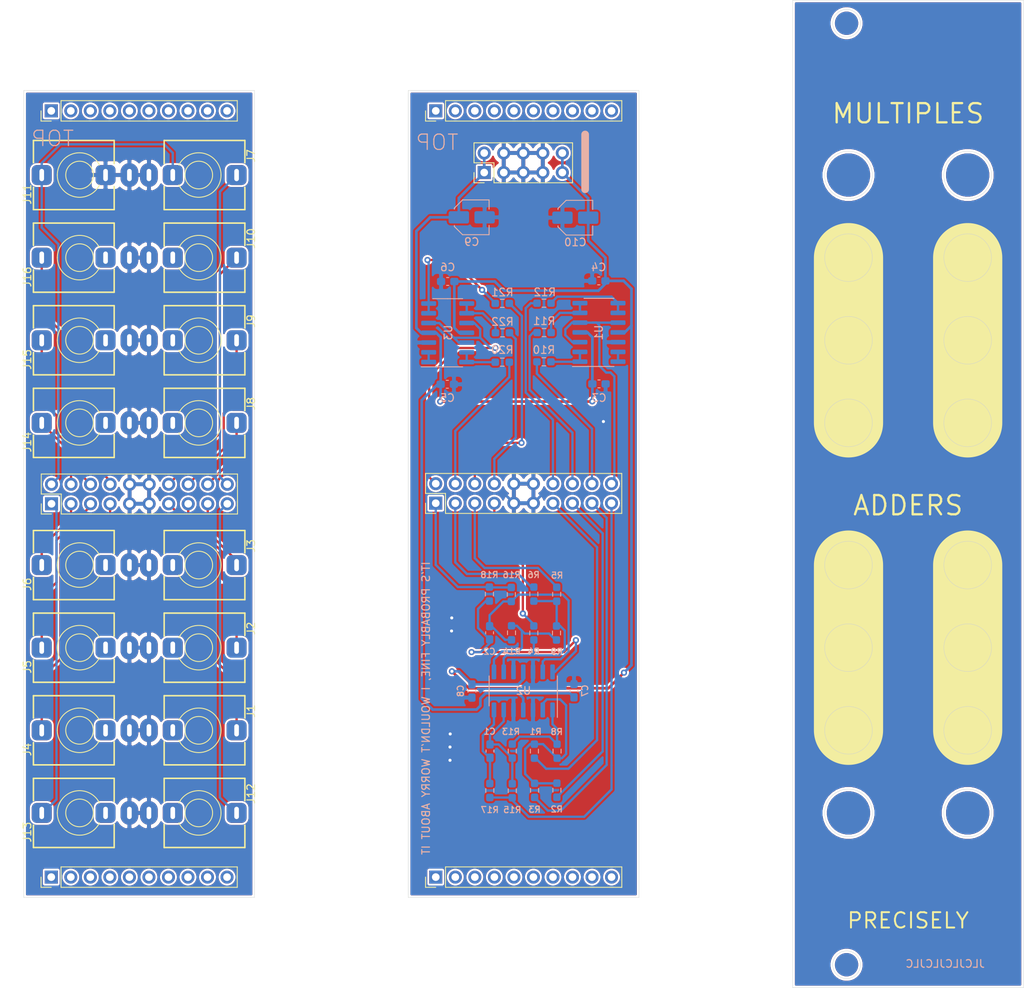
<source format=kicad_pcb>
(kicad_pcb (version 20171130) (host pcbnew "(5.1.10)-1")
  (layers (0 F.Cu signal) (31 B.Cu signal) (34 B.Paste user hide) (35 F.Paste user hide) (36 B.SilkS user) (37 F.SilkS user) (38 B.Mask user hide) (39 F.Mask user hide) (44 Edge.Cuts user))
  (net 0 "")
  (net 1 "Net-(C1-Pad2)")
  (net 2 "Net-(C1-Pad1)")
  (net 3 "Net-(C2-Pad2)")
  (net 4 "Net-(C2-Pad1)")
  (net 5 GND)
  (net 6 +12V)
  (net 7 -12V)
  (net 8 "Net-(J1-PadTN)")
  (net 9 "Net-(J2-PadTN)")
  (net 10 "Net-(J3-PadTN)")
  (net 11 "Net-(J4-PadTN)")
  (net 12 "Net-(J5-PadTN)")
  (net 13 "Net-(J6-PadTN)")
  (net 14 "Net-(J8-PadTN)")
  (net 15 "Net-(J9-PadTN)")
  (net 16 "Net-(J10-PadTN)")
  (net 17 "Net-(J12-PadTN)")
  (net 18 "Net-(J13-PadTN)")
  (net 19 "Net-(J14-PadTN)")
  (net 20 "Net-(J15-PadTN)")
  (net 21 "Net-(J16-PadTN)")
  (net 22 "Net-(R1-Pad1)")
  (net 23 "Net-(R4-Pad1)")
  (net 24 "Net-(R13-Pad2)")
  (net 25 "Net-(R14-Pad2)")
  (net 26 "Net-(R10-Pad2)")
  (net 27 "Net-(R11-Pad2)")
  (net 28 "Net-(R12-Pad2)")
  (net 29 "Net-(R20-Pad2)")
  (net 30 "Net-(R21-Pad2)")
  (net 31 "Net-(R22-Pad2)")
  (net 32 GND_P)
  (net 33 IN1_P)
  (net 34 IN2_P)
  (net 35 IN3_P)
  (net 36 2IN1_P)
  (net 37 2IN2_P)
  (net 38 2IN3_P)
  (net 39 OUT_P)
  (net 40 2OUT_P)
  (net 41 IN1_B)
  (net 42 IN2_B)
  (net 43 IN3_B)
  (net 44 2IN1_B)
  (net 45 2IN2_B)
  (net 46 2IN3_B)
  (net 47 OUT_B)
  (net 48 2OUT_B)
  (net 49 1INMLT_P)
  (net 50 1MOUT_P)
  (net 51 2MOUT_P)
  (net 52 3MOUT_P)
  (net 53 2INMLT_P)
  (net 54 4MOUT_P)
  (net 55 5MOUT_P)
  (net 56 6MOUT_P)
  (net 57 1MOUT_B)
  (net 58 2MOUT_B)
  (net 59 3MOUT_B)
  (net 60 4MOUT_B)
  (net 61 5MOUT_B)
  (net 62 6MOUT_B)
  (net 63 1INMLT_B)
  (net 64 2INMLT_B)
  (net 65 "Net-(U1-Pad13)")
  (net 66 "Net-(J20-Pad10)")
  (net 67 "Net-(J20-Pad9)")
  (net 68 "Net-(J20-Pad8)")
  (net 69 "Net-(J20-Pad7)")
  (net 70 "Net-(J20-Pad6)")
  (net 71 "Net-(J20-Pad5)")
  (net 72 "Net-(J20-Pad4)")
  (net 73 "Net-(J20-Pad3)")
  (net 74 "Net-(J20-Pad2)")
  (net 75 "Net-(J20-Pad1)")
  (net 76 "Net-(J21-Pad10)")
  (net 77 "Net-(J21-Pad9)")
  (net 78 "Net-(J21-Pad8)")
  (net 79 "Net-(J21-Pad7)")
  (net 80 "Net-(J21-Pad6)")
  (net 81 "Net-(J21-Pad5)")
  (net 82 "Net-(J21-Pad4)")
  (net 83 "Net-(J21-Pad3)")
  (net 84 "Net-(J21-Pad2)")
  (net 85 "Net-(J21-Pad1)")
  (net 86 "Net-(J22-Pad10)")
  (net 87 "Net-(J22-Pad9)")
  (net 88 "Net-(J22-Pad8)")
  (net 89 "Net-(J22-Pad7)")
  (net 90 "Net-(J22-Pad6)")
  (net 91 "Net-(J22-Pad5)")
  (net 92 "Net-(J22-Pad4)")
  (net 93 "Net-(J22-Pad3)")
  (net 94 "Net-(J22-Pad2)")
  (net 95 "Net-(J22-Pad1)")
  (net 96 "Net-(J23-Pad10)")
  (net 97 "Net-(J23-Pad9)")
  (net 98 "Net-(J23-Pad8)")
  (net 99 "Net-(J23-Pad7)")
  (net 100 "Net-(J23-Pad6)")
  (net 101 "Net-(J23-Pad5)")
  (net 102 "Net-(J23-Pad4)")
  (net 103 "Net-(J23-Pad3)")
  (net 104 "Net-(J23-Pad2)")
  (net 105 "Net-(J23-Pad1)")
  (net 106 "Net-(U3-Pad1)")
  (module Connector_PinHeader_2.54mm:PinHeader_1x10_P2.54mm_Vertical (layer F.Cu) (at 33.57 134.35 90)
    (fp_text reference J23)
    (fp_text value Conn_01x10_Male)
    (pad 10 thru_hole oval (at 0 22.86 90) (size 1.7 1.7) (drill 1) (layers *.Cu *.Mask) (net 96 "Net-(J23-Pad10)"))
    (pad 9 thru_hole oval (at 0 20.32 90) (size 1.7 1.7) (drill 1) (layers *.Cu *.Mask) (net 97 "Net-(J23-Pad9)"))
    (pad 8 thru_hole oval (at 0 17.78 90) (size 1.7 1.7) (drill 1) (layers *.Cu *.Mask) (net 98 "Net-(J23-Pad8)"))
    (pad 7 thru_hole oval (at 0 15.24 90) (size 1.7 1.7) (drill 1) (layers *.Cu *.Mask) (net 99 "Net-(J23-Pad7)"))
    (pad 6 thru_hole oval (at 0 12.7 90) (size 1.7 1.7) (drill 1) (layers *.Cu *.Mask) (net 100 "Net-(J23-Pad6)"))
    (pad 5 thru_hole oval (at 0 10.16 90) (size 1.7 1.7) (drill 1) (layers *.Cu *.Mask) (net 101 "Net-(J23-Pad5)"))
    (pad 4 thru_hole oval (at 0 7.62 90) (size 1.7 1.7) (drill 1) (layers *.Cu *.Mask) (net 102 "Net-(J23-Pad4)"))
    (pad 3 thru_hole oval (at 0 5.08 90) (size 1.7 1.7) (drill 1) (layers *.Cu *.Mask) (net 103 "Net-(J23-Pad3)"))
    (pad 2 thru_hole oval (at 0 2.54 90) (size 1.7 1.7) (drill 1) (layers *.Cu *.Mask) (net 104 "Net-(J23-Pad2)"))
    (pad 1 thru_hole rect (at 0 0 90) (size 1.7 1.7) (drill 1) (layers *.Cu *.Mask) (net 105 "Net-(J23-Pad1)"))
  )
  (module Connector_PinHeader_2.54mm:PinHeader_1x10_P2.54mm_Vertical (layer F.Cu) (at 83.575 34.65 90)
    (fp_text reference J22)
    (fp_text value Conn_01x10_Female)
    (pad 10 thru_hole oval (at 0 22.86 90) (size 1.7 1.7) (drill 1) (layers *.Cu *.Mask) (net 86 "Net-(J22-Pad10)"))
    (pad 9 thru_hole oval (at 0 20.32 90) (size 1.7 1.7) (drill 1) (layers *.Cu *.Mask) (net 87 "Net-(J22-Pad9)"))
    (pad 8 thru_hole oval (at 0 17.78 90) (size 1.7 1.7) (drill 1) (layers *.Cu *.Mask) (net 88 "Net-(J22-Pad8)"))
    (pad 7 thru_hole oval (at 0 15.24 90) (size 1.7 1.7) (drill 1) (layers *.Cu *.Mask) (net 89 "Net-(J22-Pad7)"))
    (pad 6 thru_hole oval (at 0 12.7 90) (size 1.7 1.7) (drill 1) (layers *.Cu *.Mask) (net 90 "Net-(J22-Pad6)"))
    (pad 5 thru_hole oval (at 0 10.16 90) (size 1.7 1.7) (drill 1) (layers *.Cu *.Mask) (net 91 "Net-(J22-Pad5)"))
    (pad 4 thru_hole oval (at 0 7.62 90) (size 1.7 1.7) (drill 1) (layers *.Cu *.Mask) (net 92 "Net-(J22-Pad4)"))
    (pad 3 thru_hole oval (at 0 5.08 90) (size 1.7 1.7) (drill 1) (layers *.Cu *.Mask) (net 93 "Net-(J22-Pad3)"))
    (pad 2 thru_hole oval (at 0 2.54 90) (size 1.7 1.7) (drill 1) (layers *.Cu *.Mask) (net 94 "Net-(J22-Pad2)"))
    (pad 1 thru_hole rect (at 0 0 90) (size 1.7 1.7) (drill 1) (layers *.Cu *.Mask) (net 95 "Net-(J22-Pad1)"))
  )
  (module Connector_PinHeader_2.54mm:PinHeader_1x10_P2.54mm_Vertical (layer F.Cu) (at 33.57 34.65 90)
    (fp_text reference J21)
    (fp_text value Conn_01x10_Male)
    (pad 10 thru_hole oval (at 0 22.86 90) (size 1.7 1.7) (drill 1) (layers *.Cu *.Mask) (net 76 "Net-(J21-Pad10)"))
    (pad 9 thru_hole oval (at 0 20.32 90) (size 1.7 1.7) (drill 1) (layers *.Cu *.Mask) (net 77 "Net-(J21-Pad9)"))
    (pad 8 thru_hole oval (at 0 17.78 90) (size 1.7 1.7) (drill 1) (layers *.Cu *.Mask) (net 78 "Net-(J21-Pad8)"))
    (pad 7 thru_hole oval (at 0 15.24 90) (size 1.7 1.7) (drill 1) (layers *.Cu *.Mask) (net 79 "Net-(J21-Pad7)"))
    (pad 6 thru_hole oval (at 0 12.7 90) (size 1.7 1.7) (drill 1) (layers *.Cu *.Mask) (net 80 "Net-(J21-Pad6)"))
    (pad 5 thru_hole oval (at 0 10.16 90) (size 1.7 1.7) (drill 1) (layers *.Cu *.Mask) (net 81 "Net-(J21-Pad5)"))
    (pad 4 thru_hole oval (at 0 7.62 90) (size 1.7 1.7) (drill 1) (layers *.Cu *.Mask) (net 82 "Net-(J21-Pad4)"))
    (pad 3 thru_hole oval (at 0 5.08 90) (size 1.7 1.7) (drill 1) (layers *.Cu *.Mask) (net 83 "Net-(J21-Pad3)"))
    (pad 2 thru_hole oval (at 0 2.54 90) (size 1.7 1.7) (drill 1) (layers *.Cu *.Mask) (net 84 "Net-(J21-Pad2)"))
    (pad 1 thru_hole rect (at 0 0 90) (size 1.7 1.7) (drill 1) (layers *.Cu *.Mask) (net 85 "Net-(J21-Pad1)"))
  )
  (module Connector_PinHeader_2.54mm:PinHeader_1x10_P2.54mm_Vertical (layer F.Cu) (at 83.575 134.35 90)
    (fp_text reference J20)
    (fp_text value Conn_01x10_Female)
    (pad 10 thru_hole oval (at 0 22.86 90) (size 1.7 1.7) (drill 1) (layers *.Cu *.Mask) (net 66 "Net-(J20-Pad10)"))
    (pad 9 thru_hole oval (at 0 20.32 90) (size 1.7 1.7) (drill 1) (layers *.Cu *.Mask) (net 67 "Net-(J20-Pad9)"))
    (pad 8 thru_hole oval (at 0 17.78 90) (size 1.7 1.7) (drill 1) (layers *.Cu *.Mask) (net 68 "Net-(J20-Pad8)"))
    (pad 7 thru_hole oval (at 0 15.24 90) (size 1.7 1.7) (drill 1) (layers *.Cu *.Mask) (net 69 "Net-(J20-Pad7)"))
    (pad 6 thru_hole oval (at 0 12.7 90) (size 1.7 1.7) (drill 1) (layers *.Cu *.Mask) (net 70 "Net-(J20-Pad6)"))
    (pad 5 thru_hole oval (at 0 10.16 90) (size 1.7 1.7) (drill 1) (layers *.Cu *.Mask) (net 71 "Net-(J20-Pad5)"))
    (pad 4 thru_hole oval (at 0 7.62 90) (size 1.7 1.7) (drill 1) (layers *.Cu *.Mask) (net 72 "Net-(J20-Pad4)"))
    (pad 3 thru_hole oval (at 0 5.08 90) (size 1.7 1.7) (drill 1) (layers *.Cu *.Mask) (net 73 "Net-(J20-Pad3)"))
    (pad 2 thru_hole oval (at 0 2.54 90) (size 1.7 1.7) (drill 1) (layers *.Cu *.Mask) (net 74 "Net-(J20-Pad2)"))
    (pad 1 thru_hole rect (at 0 0 90) (size 1.7 1.7) (drill 1) (layers *.Cu *.Mask) (net 75 "Net-(J20-Pad1)"))
  )
  (module Connector_PinHeader_2.54mm:PinHeader_2x10_P2.54mm_Vertical (layer F.Cu) (at 83.57 85.7 90)
    (fp_text reference J19)
    (fp_text value Conn_02x10_Odd_Even)
    (pad 20 thru_hole oval (at 2.54 22.86 90) (size 1.7 1.7) (drill 1) (layers *.Cu *.Mask) (net 63 1INMLT_B))
    (pad 19 thru_hole oval (at 0 22.86 90) (size 1.7 1.7) (drill 1) (layers *.Cu *.Mask) (net 47 OUT_B))
    (pad 18 thru_hole oval (at 2.54 20.32 90) (size 1.7 1.7) (drill 1) (layers *.Cu *.Mask) (net 57 1MOUT_B))
    (pad 17 thru_hole oval (at 0 20.32 90) (size 1.7 1.7) (drill 1) (layers *.Cu *.Mask) (net 43 IN3_B))
    (pad 16 thru_hole oval (at 2.54 17.78 90) (size 1.7 1.7) (drill 1) (layers *.Cu *.Mask) (net 58 2MOUT_B))
    (pad 15 thru_hole oval (at 0 17.78 90) (size 1.7 1.7) (drill 1) (layers *.Cu *.Mask) (net 42 IN2_B))
    (pad 14 thru_hole oval (at 2.54 15.24 90) (size 1.7 1.7) (drill 1) (layers *.Cu *.Mask) (net 59 3MOUT_B))
    (pad 13 thru_hole oval (at 0 15.24 90) (size 1.7 1.7) (drill 1) (layers *.Cu *.Mask) (net 41 IN1_B))
    (pad 12 thru_hole oval (at 2.54 12.7 90) (size 1.7 1.7) (drill 1) (layers *.Cu *.Mask) (net 5 GND))
    (pad 11 thru_hole oval (at 0 12.7 90) (size 1.7 1.7) (drill 1) (layers *.Cu *.Mask) (net 5 GND))
    (pad 10 thru_hole oval (at 2.54 10.16 90) (size 1.7 1.7) (drill 1) (layers *.Cu *.Mask) (net 5 GND))
    (pad 9 thru_hole oval (at 0 10.16 90) (size 1.7 1.7) (drill 1) (layers *.Cu *.Mask) (net 5 GND))
    (pad 8 thru_hole oval (at 2.54 7.62 90) (size 1.7 1.7) (drill 1) (layers *.Cu *.Mask) (net 62 6MOUT_B))
    (pad 7 thru_hole oval (at 0 7.62 90) (size 1.7 1.7) (drill 1) (layers *.Cu *.Mask) (net 44 2IN1_B))
    (pad 6 thru_hole oval (at 2.54 5.08 90) (size 1.7 1.7) (drill 1) (layers *.Cu *.Mask) (net 61 5MOUT_B))
    (pad 5 thru_hole oval (at 0 5.08 90) (size 1.7 1.7) (drill 1) (layers *.Cu *.Mask) (net 45 2IN2_B))
    (pad 4 thru_hole oval (at 2.54 2.54 90) (size 1.7 1.7) (drill 1) (layers *.Cu *.Mask) (net 60 4MOUT_B))
    (pad 3 thru_hole oval (at 0 2.54 90) (size 1.7 1.7) (drill 1) (layers *.Cu *.Mask) (net 46 2IN3_B))
    (pad 2 thru_hole oval (at 2.54 0 90) (size 1.7 1.7) (drill 1) (layers *.Cu *.Mask) (net 64 2INMLT_B))
    (pad 1 thru_hole rect (at 0 0 90) (size 1.7 1.7) (drill 1) (layers *.Cu *.Mask) (net 48 2OUT_B))
  )
  (module Connector_PinHeader_2.54mm:PinHeader_2x10_P2.54mm_Vertical (layer F.Cu) (at 33.6 85.775 90)
    (fp_text reference J18)
    (fp_text value Conn_02x10_Odd_Even)
    (pad 20 thru_hole oval (at 2.54 22.86 90) (size 1.7 1.7) (drill 1) (layers *.Cu *.Mask) (net 49 1INMLT_P))
    (pad 19 thru_hole oval (at 0 22.86 90) (size 1.7 1.7) (drill 1) (layers *.Cu *.Mask) (net 39 OUT_P))
    (pad 18 thru_hole oval (at 2.54 20.32 90) (size 1.7 1.7) (drill 1) (layers *.Cu *.Mask) (net 50 1MOUT_P))
    (pad 17 thru_hole oval (at 0 20.32 90) (size 1.7 1.7) (drill 1) (layers *.Cu *.Mask) (net 35 IN3_P))
    (pad 16 thru_hole oval (at 2.54 17.78 90) (size 1.7 1.7) (drill 1) (layers *.Cu *.Mask) (net 51 2MOUT_P))
    (pad 15 thru_hole oval (at 0 17.78 90) (size 1.7 1.7) (drill 1) (layers *.Cu *.Mask) (net 34 IN2_P))
    (pad 14 thru_hole oval (at 2.54 15.24 90) (size 1.7 1.7) (drill 1) (layers *.Cu *.Mask) (net 52 3MOUT_P))
    (pad 13 thru_hole oval (at 0 15.24 90) (size 1.7 1.7) (drill 1) (layers *.Cu *.Mask) (net 33 IN1_P))
    (pad 12 thru_hole oval (at 2.54 12.7 90) (size 1.7 1.7) (drill 1) (layers *.Cu *.Mask) (net 32 GND_P))
    (pad 11 thru_hole oval (at 0 12.7 90) (size 1.7 1.7) (drill 1) (layers *.Cu *.Mask) (net 32 GND_P))
    (pad 10 thru_hole oval (at 2.54 10.16 90) (size 1.7 1.7) (drill 1) (layers *.Cu *.Mask) (net 32 GND_P))
    (pad 9 thru_hole oval (at 0 10.16 90) (size 1.7 1.7) (drill 1) (layers *.Cu *.Mask) (net 32 GND_P))
    (pad 8 thru_hole oval (at 2.54 7.62 90) (size 1.7 1.7) (drill 1) (layers *.Cu *.Mask) (net 56 6MOUT_P))
    (pad 7 thru_hole oval (at 0 7.62 90) (size 1.7 1.7) (drill 1) (layers *.Cu *.Mask) (net 36 2IN1_P))
    (pad 6 thru_hole oval (at 2.54 5.08 90) (size 1.7 1.7) (drill 1) (layers *.Cu *.Mask) (net 55 5MOUT_P))
    (pad 5 thru_hole oval (at 0 5.08 90) (size 1.7 1.7) (drill 1) (layers *.Cu *.Mask) (net 37 2IN2_P))
    (pad 4 thru_hole oval (at 2.54 2.54 90) (size 1.7 1.7) (drill 1) (layers *.Cu *.Mask) (net 54 4MOUT_P))
    (pad 3 thru_hole oval (at 0 2.54 90) (size 1.7 1.7) (drill 1) (layers *.Cu *.Mask) (net 38 2IN3_P))
    (pad 2 thru_hole oval (at 2.54 0 90) (size 1.7 1.7) (drill 1) (layers *.Cu *.Mask) (net 53 2INMLT_P))
    (pad 1 thru_hole rect (at 0 0 90) (size 1.7 1.7) (drill 1) (layers *.Cu *.Mask) (net 40 2OUT_P))
  )
  (module Package_SO:SOIC-14_3.9x8.7mm_P1.27mm (layer B.Cu) (at 85.125 63.525)
    (fp_text reference U3 (at 0.075 -0.025 90) (layer B.SilkS) (effects (justify mirror)))
    (fp_text value TL074)
    (pad 14 smd roundrect (at 2.475 3.81) (size 1.95 0.6) (layers B.Cu B.Paste B.Mask) (net 29 "Net-(R20-Pad2)"))
    (pad 13 smd roundrect (at 2.475 2.54) (size 1.95 0.6) (layers B.Cu B.Paste B.Mask) (net 29 "Net-(R20-Pad2)"))
    (pad 12 smd roundrect (at 2.475 1.27) (size 1.95 0.6) (layers B.Cu B.Paste B.Mask) (net 64 2INMLT_B))
    (pad 11 smd roundrect (at 2.475 0) (size 1.95 0.6) (layers B.Cu B.Paste B.Mask) (net 7 -12V))
    (pad 10 smd roundrect (at 2.475 -1.27) (size 1.95 0.6) (layers B.Cu B.Paste B.Mask) (net 64 2INMLT_B))
    (pad 9 smd roundrect (at 2.475 -2.54) (size 1.95 0.6) (layers B.Cu B.Paste B.Mask) (net 31 "Net-(R22-Pad2)"))
    (pad 8 smd roundrect (at 2.475 -3.81) (size 1.95 0.6) (layers B.Cu B.Paste B.Mask) (net 31 "Net-(R22-Pad2)"))
    (pad 7 smd roundrect (at -2.475 -3.81) (size 1.95 0.6) (layers B.Cu B.Paste B.Mask) (net 30 "Net-(R21-Pad2)"))
    (pad 6 smd roundrect (at -2.475 -2.54) (size 1.95 0.6) (layers B.Cu B.Paste B.Mask) (net 30 "Net-(R21-Pad2)"))
    (pad 5 smd roundrect (at -2.475 -1.27) (size 1.95 0.6) (layers B.Cu B.Paste B.Mask) (net 64 2INMLT_B))
    (pad 4 smd roundrect (at -2.475 0) (size 1.95 0.6) (layers B.Cu B.Paste B.Mask) (net 6 +12V))
    (pad 3 smd roundrect (at -2.475 1.27) (size 1.95 0.6) (layers B.Cu B.Paste B.Mask) (net 5 GND))
    (pad 2 smd roundrect (at -2.475 2.54) (size 1.95 0.6) (layers B.Cu B.Paste B.Mask) (net 106 "Net-(U3-Pad1)"))
    (pad 1 smd roundrect (at -2.475 3.81) (size 1.95 0.6) (layers B.Cu B.Paste B.Mask) (net 106 "Net-(U3-Pad1)"))
  )
  (module Package_SO:SOIC-14_3.9x8.7mm_P1.27mm (layer B.Cu) (at 94.95 110.125 90)
    (fp_text reference U2 (at 0.025 0.025 180) (layer B.SilkS) (effects (justify mirror)))
    (fp_text value TL074)
    (pad 14 smd roundrect (at 2.475 3.81 90) (size 1.95 0.6) (layers B.Cu B.Paste B.Mask) (net 4 "Net-(C2-Pad1)"))
    (pad 13 smd roundrect (at 2.475 2.54 90) (size 1.95 0.6) (layers B.Cu B.Paste B.Mask) (net 3 "Net-(C2-Pad2)"))
    (pad 12 smd roundrect (at 2.475 1.27 90) (size 1.95 0.6) (layers B.Cu B.Paste B.Mask) (net 5 GND))
    (pad 11 smd roundrect (at 2.475 0 90) (size 1.95 0.6) (layers B.Cu B.Paste B.Mask) (net 7 -12V))
    (pad 10 smd roundrect (at 2.475 -1.27 90) (size 1.95 0.6) (layers B.Cu B.Paste B.Mask) (net 5 GND))
    (pad 9 smd roundrect (at 2.475 -2.54 90) (size 1.95 0.6) (layers B.Cu B.Paste B.Mask) (net 23 "Net-(R4-Pad1)"))
    (pad 8 smd roundrect (at 2.475 -3.81 90) (size 1.95 0.6) (layers B.Cu B.Paste B.Mask) (net 25 "Net-(R14-Pad2)"))
    (pad 7 smd roundrect (at -2.475 -3.81 90) (size 1.95 0.6) (layers B.Cu B.Paste B.Mask) (net 2 "Net-(C1-Pad1)"))
    (pad 6 smd roundrect (at -2.475 -2.54 90) (size 1.95 0.6) (layers B.Cu B.Paste B.Mask) (net 1 "Net-(C1-Pad2)"))
    (pad 5 smd roundrect (at -2.475 -1.27 90) (size 1.95 0.6) (layers B.Cu B.Paste B.Mask) (net 5 GND))
    (pad 4 smd roundrect (at -2.475 0 90) (size 1.95 0.6) (layers B.Cu B.Paste B.Mask) (net 6 +12V))
    (pad 3 smd roundrect (at -2.475 1.27 90) (size 1.95 0.6) (layers B.Cu B.Paste B.Mask) (net 5 GND))
    (pad 2 smd roundrect (at -2.475 2.54 90) (size 1.95 0.6) (layers B.Cu B.Paste B.Mask) (net 22 "Net-(R1-Pad1)"))
    (pad 1 smd roundrect (at -2.475 3.81 90) (size 1.95 0.6) (layers B.Cu B.Paste B.Mask) (net 24 "Net-(R13-Pad2)"))
  )
  (module Package_SO:SOIC-14_3.9x8.7mm_P1.27mm (layer B.Cu) (at 104.8 63.475)
    (fp_text reference U1 (at -0.025 0.025 90) (layer B.SilkS) (effects (justify mirror)))
    (fp_text value TL074)
    (pad 14 smd roundrect (at 2.475 3.81) (size 1.95 0.6) (layers B.Cu B.Paste B.Mask) (net 65 "Net-(U1-Pad13)"))
    (pad 13 smd roundrect (at 2.475 2.54) (size 1.95 0.6) (layers B.Cu B.Paste B.Mask) (net 65 "Net-(U1-Pad13)"))
    (pad 12 smd roundrect (at 2.475 1.27) (size 1.95 0.6) (layers B.Cu B.Paste B.Mask) (net 5 GND))
    (pad 11 smd roundrect (at 2.475 0) (size 1.95 0.6) (layers B.Cu B.Paste B.Mask) (net 7 -12V))
    (pad 10 smd roundrect (at 2.475 -1.27) (size 1.95 0.6) (layers B.Cu B.Paste B.Mask) (net 63 1INMLT_B))
    (pad 9 smd roundrect (at 2.475 -2.54) (size 1.95 0.6) (layers B.Cu B.Paste B.Mask) (net 28 "Net-(R12-Pad2)"))
    (pad 8 smd roundrect (at 2.475 -3.81) (size 1.95 0.6) (layers B.Cu B.Paste B.Mask) (net 28 "Net-(R12-Pad2)"))
    (pad 7 smd roundrect (at -2.475 -3.81) (size 1.95 0.6) (layers B.Cu B.Paste B.Mask) (net 27 "Net-(R11-Pad2)"))
    (pad 6 smd roundrect (at -2.475 -2.54) (size 1.95 0.6) (layers B.Cu B.Paste B.Mask) (net 27 "Net-(R11-Pad2)"))
    (pad 5 smd roundrect (at -2.475 -1.27) (size 1.95 0.6) (layers B.Cu B.Paste B.Mask) (net 63 1INMLT_B))
    (pad 4 smd roundrect (at -2.475 0) (size 1.95 0.6) (layers B.Cu B.Paste B.Mask) (net 6 +12V))
    (pad 3 smd roundrect (at -2.475 1.27) (size 1.95 0.6) (layers B.Cu B.Paste B.Mask) (net 63 1INMLT_B))
    (pad 2 smd roundrect (at -2.475 2.54) (size 1.95 0.6) (layers B.Cu B.Paste B.Mask) (net 26 "Net-(R10-Pad2)"))
    (pad 1 smd roundrect (at -2.475 3.81) (size 1.95 0.6) (layers B.Cu B.Paste B.Mask) (net 26 "Net-(R10-Pad2)"))
  )
  (module Resistor_SMD:R_0603_1608Metric_Pad0.98x0.95mm_HandSolder (layer B.Cu) (at 92.25 63.525 180)
    (fp_text reference R22 (at 0 1.43) (layer B.SilkS) (effects (justify mirror)))
    (fp_text value 100R)
    (pad 2 smd roundrect (at 0.9125 0 180) (size 0.975 0.95) (layers B.Cu B.Paste B.Mask) (net 31 "Net-(R22-Pad2)"))
    (pad 1 smd roundrect (at -0.9125 0 180) (size 0.975 0.95) (layers B.Cu B.Paste B.Mask) (net 62 6MOUT_B))
  )
  (module Resistor_SMD:R_0603_1608Metric_Pad0.98x0.95mm_HandSolder (layer B.Cu) (at 92.225 59.7 180)
    (fp_text reference R21 (at 0 1.43) (layer B.SilkS) (effects (justify mirror)))
    (fp_text value 100R)
    (pad 2 smd roundrect (at 0.9125 0 180) (size 0.975 0.95) (layers B.Cu B.Paste B.Mask) (net 30 "Net-(R21-Pad2)"))
    (pad 1 smd roundrect (at -0.9125 0 180) (size 0.975 0.95) (layers B.Cu B.Paste B.Mask) (net 61 5MOUT_B))
  )
  (module Resistor_SMD:R_0603_1608Metric_Pad0.98x0.95mm_HandSolder (layer B.Cu) (at 92.225 67.35 180)
    (fp_text reference R20 (at 0 1.6) (layer B.SilkS) (effects (justify mirror)))
    (fp_text value 100R)
    (pad 2 smd roundrect (at 0.9125 0 180) (size 0.975 0.95) (layers B.Cu B.Paste B.Mask) (net 29 "Net-(R20-Pad2)"))
    (pad 1 smd roundrect (at -0.9125 0 180) (size 0.975 0.95) (layers B.Cu B.Paste B.Mask) (net 60 4MOUT_B))
  )
  (module Resistor_SMD:R_0603_1608Metric_Pad0.98x0.95mm_HandSolder (layer B.Cu) (at 90.55 97.525 270)
    (fp_text reference R18 (at -2.5 0 180) (layer B.SilkS) (effects (font (size 0.8 0.8)) (justify mirror)))
    (fp_text value 100R)
    (pad 2 smd roundrect (at 0.9125 0 270) (size 0.975 0.95) (layers B.Cu B.Paste B.Mask) (net 4 "Net-(C2-Pad1)"))
    (pad 1 smd roundrect (at -0.9125 0 270) (size 0.975 0.95) (layers B.Cu B.Paste B.Mask) (net 48 2OUT_B))
  )
  (module Resistor_SMD:R_0603_1608Metric_Pad0.98x0.95mm_HandSolder (layer B.Cu) (at 90.6 123.0875 90)
    (fp_text reference R17 (at -2.5125 0) (layer B.SilkS) (effects (font (size 0.8 0.8)) (justify mirror)))
    (fp_text value 100R)
    (pad 2 smd roundrect (at 0.9125 0 90) (size 0.975 0.95) (layers B.Cu B.Paste B.Mask) (net 2 "Net-(C1-Pad1)"))
    (pad 1 smd roundrect (at -0.9125 0 90) (size 0.975 0.95) (layers B.Cu B.Paste B.Mask) (net 47 OUT_B))
  )
  (module Resistor_SMD:R_0603_1608Metric_Pad0.98x0.95mm_HandSolder (layer B.Cu) (at 93.4 97.575 270)
    (fp_text reference R16 (at -2.55 -0.05 180) (layer B.SilkS) (effects (font (size 0.8 0.8)) (justify mirror)))
    (fp_text value 100k)
    (pad 2 smd roundrect (at 0.9125 0 270) (size 0.975 0.95) (layers B.Cu B.Paste B.Mask) (net 3 "Net-(C2-Pad2)"))
    (pad 1 smd roundrect (at -0.9125 0 270) (size 0.975 0.95) (layers B.Cu B.Paste B.Mask) (net 48 2OUT_B))
  )
  (module Resistor_SMD:R_0603_1608Metric_Pad0.98x0.95mm_HandSolder (layer B.Cu) (at 93.525 123.1125 90)
    (fp_text reference R15 (at -2.4875 0) (layer B.SilkS) (effects (font (size 0.8 0.8)) (justify mirror)))
    (fp_text value 100k)
    (pad 2 smd roundrect (at 0.9125 0 90) (size 0.975 0.95) (layers B.Cu B.Paste B.Mask) (net 1 "Net-(C1-Pad2)"))
    (pad 1 smd roundrect (at -0.9125 0 90) (size 0.975 0.95) (layers B.Cu B.Paste B.Mask) (net 47 OUT_B))
  )
  (module Resistor_SMD:R_0603_1608Metric_Pad0.98x0.95mm_HandSolder (layer B.Cu) (at 93.425 102.5625 90)
    (fp_text reference R14 (at -2.4375 0.025 180) (layer B.SilkS) (effects (font (size 0.8 0.8)) (justify mirror)))
    (fp_text value 100k)
    (pad 2 smd roundrect (at 0.9125 0 90) (size 0.975 0.95) (layers B.Cu B.Paste B.Mask) (net 25 "Net-(R14-Pad2)"))
    (pad 1 smd roundrect (at -0.9125 0 90) (size 0.975 0.95) (layers B.Cu B.Paste B.Mask) (net 3 "Net-(C2-Pad2)"))
  )
  (module Resistor_SMD:R_0603_1608Metric_Pad0.98x0.95mm_HandSolder (layer B.Cu) (at 93.525 117.95 90)
    (fp_text reference R13 (at 2.525 -0.175 180) (layer B.SilkS) (effects (font (size 0.8 0.8)) (justify mirror)))
    (fp_text value 100k)
    (pad 2 smd roundrect (at 0.9125 0 90) (size 0.975 0.95) (layers B.Cu B.Paste B.Mask) (net 24 "Net-(R13-Pad2)"))
    (pad 1 smd roundrect (at -0.9125 0 90) (size 0.975 0.95) (layers B.Cu B.Paste B.Mask) (net 1 "Net-(C1-Pad2)"))
  )
  (module Resistor_SMD:R_0603_1608Metric_Pad0.98x0.95mm_HandSolder (layer B.Cu) (at 97.65 59.675)
    (fp_text reference R12 (at 0.1 -1.425) (layer B.SilkS) (effects (justify mirror)))
    (fp_text value 100R)
    (pad 2 smd roundrect (at 0.9125 0) (size 0.975 0.95) (layers B.Cu B.Paste B.Mask) (net 28 "Net-(R12-Pad2)"))
    (pad 1 smd roundrect (at -0.9125 0) (size 0.975 0.95) (layers B.Cu B.Paste B.Mask) (net 59 3MOUT_B))
  )
  (module Resistor_SMD:R_0603_1608Metric_Pad0.98x0.95mm_HandSolder (layer B.Cu) (at 97.6625 63.5)
    (fp_text reference R11 (at 0 -1.5) (layer B.SilkS) (effects (justify mirror)))
    (fp_text value 100R)
    (pad 2 smd roundrect (at 0.9125 0) (size 0.975 0.95) (layers B.Cu B.Paste B.Mask) (net 27 "Net-(R11-Pad2)"))
    (pad 1 smd roundrect (at -0.9125 0) (size 0.975 0.95) (layers B.Cu B.Paste B.Mask) (net 58 2MOUT_B))
  )
  (module Resistor_SMD:R_0603_1608Metric_Pad0.98x0.95mm_HandSolder (layer B.Cu) (at 97.6375 67.3)
    (fp_text reference R10 (at 0 -1.55) (layer B.SilkS) (effects (justify mirror)))
    (fp_text value 100R)
    (pad 2 smd roundrect (at 0.9125 0) (size 0.975 0.95) (layers B.Cu B.Paste B.Mask) (net 26 "Net-(R10-Pad2)"))
    (pad 1 smd roundrect (at -0.9125 0) (size 0.975 0.95) (layers B.Cu B.Paste B.Mask) (net 57 1MOUT_B))
  )
  (module Resistor_SMD:R_0603_1608Metric_Pad0.98x0.95mm_HandSolder (layer B.Cu) (at 99.275 102.5875 90)
    (fp_text reference R9 (at -2.4375 0.025 180) (layer B.SilkS) (effects (font (size 0.8 0.8)) (justify mirror)))
    (fp_text value 100k)
    (pad 2 smd roundrect (at 0.9125 0 90) (size 0.975 0.95) (layers B.Cu B.Paste B.Mask) (net 23 "Net-(R4-Pad1)"))
    (pad 1 smd roundrect (at -0.9125 0 90) (size 0.975 0.95) (layers B.Cu B.Paste B.Mask) (net 25 "Net-(R14-Pad2)"))
  )
  (module Resistor_SMD:R_0603_1608Metric_Pad0.98x0.95mm_HandSolder (layer B.Cu) (at 99.35 117.9625 270)
    (fp_text reference R8 (at -2.5125 0.05) (layer B.SilkS) (effects (font (size 0.8 0.8)) (justify mirror)))
    (fp_text value 100k)
    (pad 2 smd roundrect (at 0.9125 0 270) (size 0.975 0.95) (layers B.Cu B.Paste B.Mask) (net 22 "Net-(R1-Pad1)"))
    (pad 1 smd roundrect (at -0.9125 0 270) (size 0.975 0.95) (layers B.Cu B.Paste B.Mask) (net 24 "Net-(R13-Pad2)"))
  )
  (module Resistor_SMD:R_0603_1608Metric_Pad0.98x0.95mm_HandSolder (layer B.Cu) (at 96.325 97.525 90)
    (fp_text reference R6 (at 2.5 -0.025 180) (layer B.SilkS) (effects (font (size 0.8 0.8)) (justify mirror)))
    (fp_text value 100k)
    (pad 2 smd roundrect (at 0.9125 0 90) (size 0.975 0.95) (layers B.Cu B.Paste B.Mask) (net 46 2IN3_B))
    (pad 1 smd roundrect (at -0.9125 0 90) (size 0.975 0.95) (layers B.Cu B.Paste B.Mask) (net 23 "Net-(R4-Pad1)"))
  )
  (module Resistor_SMD:R_0603_1608Metric_Pad0.98x0.95mm_HandSolder (layer B.Cu) (at 99.3 97.55 90)
    (fp_text reference R5 (at 2.45 0.05 180) (layer B.SilkS) (effects (font (size 0.8 0.8)) (justify mirror)))
    (fp_text value 100k)
    (pad 2 smd roundrect (at 0.9125 0 90) (size 0.975 0.95) (layers B.Cu B.Paste B.Mask) (net 45 2IN2_B))
    (pad 1 smd roundrect (at -0.9125 0 90) (size 0.975 0.95) (layers B.Cu B.Paste B.Mask) (net 23 "Net-(R4-Pad1)"))
  )
  (module Resistor_SMD:R_0603_1608Metric_Pad0.98x0.95mm_HandSolder (layer B.Cu) (at 96.325 102.5875 90)
    (fp_text reference R4 (at -2.4125 -0.025 180) (layer B.SilkS) (effects (font (size 0.8 0.8)) (justify mirror)))
    (fp_text value 100k)
    (pad 2 smd roundrect (at 0.9125 0 90) (size 0.975 0.95) (layers B.Cu B.Paste B.Mask) (net 44 2IN1_B))
    (pad 1 smd roundrect (at -0.9125 0 90) (size 0.975 0.95) (layers B.Cu B.Paste B.Mask) (net 23 "Net-(R4-Pad1)"))
  )
  (module Resistor_SMD:R_0603_1608Metric_Pad0.98x0.95mm_HandSolder (layer B.Cu) (at 96.425 123.0625 270)
    (fp_text reference R3 (at 2.4875 0) (layer B.SilkS) (effects (font (size 0.8 0.8)) (justify mirror)))
    (fp_text value 100k)
    (pad 2 smd roundrect (at 0.9125 0 270) (size 0.975 0.95) (layers B.Cu B.Paste B.Mask) (net 43 IN3_B))
    (pad 1 smd roundrect (at -0.9125 0 270) (size 0.975 0.95) (layers B.Cu B.Paste B.Mask) (net 22 "Net-(R1-Pad1)"))
  )
  (module Resistor_SMD:R_0603_1608Metric_Pad0.98x0.95mm_HandSolder (layer B.Cu) (at 99.325 123.0375 270)
    (fp_text reference R2 (at 2.4875 0.025) (layer B.SilkS) (effects (font (size 0.8 0.8)) (justify mirror)))
    (fp_text value 100k)
    (pad 2 smd roundrect (at 0.9125 0 270) (size 0.975 0.95) (layers B.Cu B.Paste B.Mask) (net 42 IN2_B))
    (pad 1 smd roundrect (at -0.9125 0 270) (size 0.975 0.95) (layers B.Cu B.Paste B.Mask) (net 22 "Net-(R1-Pad1)"))
  )
  (module Resistor_SMD:R_0603_1608Metric_Pad0.98x0.95mm_HandSolder (layer B.Cu) (at 96.4 117.9625 270)
    (fp_text reference R1 (at -2.5375 -0.15) (layer B.SilkS) (effects (font (size 0.8 0.8)) (justify mirror)))
    (fp_text value 100k)
    (pad 2 smd roundrect (at 0.9125 0 270) (size 0.975 0.95) (layers B.Cu B.Paste B.Mask) (net 41 IN1_B))
    (pad 1 smd roundrect (at -0.9125 0 270) (size 0.975 0.95) (layers B.Cu B.Paste B.Mask) (net 22 "Net-(R1-Pad1)"))
  )
  (module Connector_PinHeader_2.54mm:PinHeader_2x05_P2.54mm_Vertical (layer F.Cu) (at 89.875 42.675 90)
    (fp_text reference J17)
    (fp_text value Conn_02x05_Odd_Even)
    (pad 10 thru_hole oval (at 2.54 10.16 90) (size 1.7 1.7) (drill 1) (layers *.Cu *.Mask) (net 7 -12V))
    (pad 9 thru_hole oval (at 0 10.16 90) (size 1.7 1.7) (drill 1) (layers *.Cu *.Mask) (net 7 -12V))
    (pad 8 thru_hole oval (at 2.54 7.62 90) (size 1.7 1.7) (drill 1) (layers *.Cu *.Mask) (net 5 GND))
    (pad 7 thru_hole oval (at 0 7.62 90) (size 1.7 1.7) (drill 1) (layers *.Cu *.Mask) (net 5 GND))
    (pad 6 thru_hole oval (at 2.54 5.08 90) (size 1.7 1.7) (drill 1) (layers *.Cu *.Mask) (net 5 GND))
    (pad 5 thru_hole oval (at 0 5.08 90) (size 1.7 1.7) (drill 1) (layers *.Cu *.Mask) (net 5 GND))
    (pad 4 thru_hole oval (at 2.54 2.54 90) (size 1.7 1.7) (drill 1) (layers *.Cu *.Mask) (net 5 GND))
    (pad 3 thru_hole oval (at 0 2.54 90) (size 1.7 1.7) (drill 1) (layers *.Cu *.Mask) (net 5 GND))
    (pad 2 thru_hole oval (at 2.54 0 90) (size 1.7 1.7) (drill 1) (layers *.Cu *.Mask) (net 6 +12V))
    (pad 1 thru_hole rect (at 0 0 90) (size 1.7 1.7) (drill 1) (layers *.Cu *.Mask) (net 6 +12V))
  )
  (module "Thonk Jacks:Jack_3.5mm_QingPu_WQP-PJ398SM_Vertical" (layer F.Cu) (at 37.25 53.75 90)
    (fp_text reference J16 (at -2.5 -6.8 90) (layer F.SilkS))
    (fp_text value AudioJack2_SwitchT)
    (pad TN thru_hole roundrect (at 0 3.38 90) (size 2.6 2.6) (drill oval 1.6 0.6) (layers *.Cu *.Mask) (net 21 "Net-(J16-PadTN)"))
    (pad S thru_hole oval (at 0 6.48 90) (size 3.1 2.3) (drill oval 1.6 0.6) (layers *.Cu *.Mask) (net 32 GND_P))
    (pad T thru_hole roundrect (at 0 -4.92 90) (size 2.6 2.6) (drill oval 1.6 0.6) (layers *.Cu *.Mask) (net 56 6MOUT_P))
  )
  (module "Thonk Jacks:Jack_3.5mm_QingPu_WQP-PJ398SM_Vertical" (layer F.Cu) (at 37.25 64.5 90)
    (fp_text reference J15 (at -2.5 -6.8 90) (layer F.SilkS))
    (fp_text value AudioJack2_SwitchT)
    (pad TN thru_hole roundrect (at 0 3.38 90) (size 2.6 2.6) (drill oval 1.6 0.6) (layers *.Cu *.Mask) (net 20 "Net-(J15-PadTN)"))
    (pad S thru_hole oval (at 0 6.48 90) (size 3.1 2.3) (drill oval 1.6 0.6) (layers *.Cu *.Mask) (net 32 GND_P))
    (pad T thru_hole roundrect (at 0 -4.92 90) (size 2.6 2.6) (drill oval 1.6 0.6) (layers *.Cu *.Mask) (net 55 5MOUT_P))
  )
  (module "Thonk Jacks:Jack_3.5mm_QingPu_WQP-PJ398SM_Vertical" (layer F.Cu) (at 37.25 75.25 90)
    (fp_text reference J14 (at -2.5 -6.8 90) (layer F.SilkS))
    (fp_text value AudioJack2_SwitchT)
    (pad TN thru_hole roundrect (at 0 3.38 90) (size 2.6 2.6) (drill oval 1.6 0.6) (layers *.Cu *.Mask) (net 19 "Net-(J14-PadTN)"))
    (pad S thru_hole oval (at 0 6.48 90) (size 3.1 2.3) (drill oval 1.6 0.6) (layers *.Cu *.Mask) (net 32 GND_P))
    (pad T thru_hole roundrect (at 0 -4.92 90) (size 2.6 2.6) (drill oval 1.6 0.6) (layers *.Cu *.Mask) (net 54 4MOUT_P))
  )
  (module "Thonk Jacks:Jack_3.5mm_QingPu_WQP-PJ398SM_Vertical" (layer F.Cu) (at 37.25 126 90)
    (fp_text reference J13 (at -2.5 -6.8 90) (layer F.SilkS))
    (fp_text value AudioJack2_SwitchT)
    (pad TN thru_hole roundrect (at 0 3.38 90) (size 2.6 2.6) (drill oval 1.6 0.6) (layers *.Cu *.Mask) (net 18 "Net-(J13-PadTN)"))
    (pad S thru_hole oval (at 0 6.48 90) (size 3.1 2.3) (drill oval 1.6 0.6) (layers *.Cu *.Mask) (net 32 GND_P))
    (pad T thru_hole roundrect (at 0 -4.92 90) (size 2.6 2.6) (drill oval 1.6 0.6) (layers *.Cu *.Mask) (net 40 2OUT_P))
  )
  (module "Thonk Jacks:Jack_3.5mm_QingPu_WQP-PJ398SM_Vertical" (layer F.Cu) (at 52.75 126 270)
    (fp_text reference J12 (at -2.5 -6.8 90) (layer F.SilkS))
    (fp_text value AudioJack2_SwitchT)
    (pad TN thru_hole roundrect (at 0 3.38 270) (size 2.6 2.6) (drill oval 1.6 0.6) (layers *.Cu *.Mask) (net 17 "Net-(J12-PadTN)"))
    (pad S thru_hole oval (at 0 6.48 270) (size 3.1 2.3) (drill oval 1.6 0.6) (layers *.Cu *.Mask) (net 32 GND_P))
    (pad T thru_hole roundrect (at 0 -4.92 270) (size 2.6 2.6) (drill oval 1.6 0.6) (layers *.Cu *.Mask) (net 39 OUT_P))
  )
  (module "Thonk Jacks:Jack_3.5mm_QingPu_WQP-PJ398SM_Vertical" (layer F.Cu) (at 37.25 43 90)
    (fp_text reference J11 (at -2.5 -6.8 90) (layer F.SilkS))
    (fp_text value AudioJack2_SwitchT)
    (pad TN thru_hole roundrect (at 0 3.38 90) (size 2.6 2.6) (drill oval 1.6 0.6) (layers *.Cu *.Mask) (net 32 GND_P))
    (pad S thru_hole oval (at 0 6.48 90) (size 3.1 2.3) (drill oval 1.6 0.6) (layers *.Cu *.Mask) (net 32 GND_P))
    (pad T thru_hole roundrect (at 0 -4.92 90) (size 2.6 2.6) (drill oval 1.6 0.6) (layers *.Cu *.Mask) (net 53 2INMLT_P))
  )
  (module "Thonk Jacks:Jack_3.5mm_QingPu_WQP-PJ398SM_Vertical" (layer F.Cu) (at 52.75 53.75 270)
    (fp_text reference J10 (at -2.5 -6.8 90) (layer F.SilkS))
    (fp_text value AudioJack2_SwitchT)
    (pad TN thru_hole roundrect (at 0 3.38 270) (size 2.6 2.6) (drill oval 1.6 0.6) (layers *.Cu *.Mask) (net 16 "Net-(J10-PadTN)"))
    (pad S thru_hole oval (at 0 6.48 270) (size 3.1 2.3) (drill oval 1.6 0.6) (layers *.Cu *.Mask) (net 32 GND_P))
    (pad T thru_hole roundrect (at 0 -4.92 270) (size 2.6 2.6) (drill oval 1.6 0.6) (layers *.Cu *.Mask) (net 52 3MOUT_P))
  )
  (module "Thonk Jacks:Jack_3.5mm_QingPu_WQP-PJ398SM_Vertical" (layer F.Cu) (at 52.75 64.5 270)
    (fp_text reference J9 (at -2.5 -6.8 90) (layer F.SilkS))
    (fp_text value AudioJack2_SwitchT)
    (pad TN thru_hole roundrect (at 0 3.38 270) (size 2.6 2.6) (drill oval 1.6 0.6) (layers *.Cu *.Mask) (net 15 "Net-(J9-PadTN)"))
    (pad S thru_hole oval (at 0 6.48 270) (size 3.1 2.3) (drill oval 1.6 0.6) (layers *.Cu *.Mask) (net 32 GND_P))
    (pad T thru_hole roundrect (at 0 -4.92 270) (size 2.6 2.6) (drill oval 1.6 0.6) (layers *.Cu *.Mask) (net 51 2MOUT_P))
  )
  (module "Thonk Jacks:Jack_3.5mm_QingPu_WQP-PJ398SM_Vertical" (layer F.Cu) (at 52.75 75.25 270)
    (fp_text reference J8 (at -2.5 -6.8 90) (layer F.SilkS))
    (fp_text value AudioJack2_SwitchT)
    (pad TN thru_hole roundrect (at 0 3.38 270) (size 2.6 2.6) (drill oval 1.6 0.6) (layers *.Cu *.Mask) (net 14 "Net-(J8-PadTN)"))
    (pad S thru_hole oval (at 0 6.48 270) (size 3.1 2.3) (drill oval 1.6 0.6) (layers *.Cu *.Mask) (net 32 GND_P))
    (pad T thru_hole roundrect (at 0 -4.92 270) (size 2.6 2.6) (drill oval 1.6 0.6) (layers *.Cu *.Mask) (net 50 1MOUT_P))
  )
  (module "Thonk Jacks:Jack_3.5mm_QingPu_WQP-PJ398SM_Vertical" (layer F.Cu) (at 52.75 43 270)
    (fp_text reference J7 (at -2.5 -6.8 90) (layer F.SilkS))
    (fp_text value AudioJack2_SwitchT)
    (pad TN thru_hole roundrect (at 0 3.38 270) (size 2.6 2.6) (drill oval 1.6 0.6) (layers *.Cu *.Mask) (net 53 2INMLT_P))
    (pad S thru_hole oval (at 0 6.48 270) (size 3.1 2.3) (drill oval 1.6 0.6) (layers *.Cu *.Mask) (net 32 GND_P))
    (pad T thru_hole roundrect (at 0 -4.92 270) (size 2.6 2.6) (drill oval 1.6 0.6) (layers *.Cu *.Mask) (net 49 1INMLT_P))
  )
  (module "Thonk Jacks:Jack_3.5mm_QingPu_WQP-PJ398SM_Vertical" (layer F.Cu) (at 37.25 93.75 90)
    (fp_text reference J6 (at -2.5 -6.8 90) (layer F.SilkS))
    (fp_text value AudioJack2_SwitchT)
    (pad TN thru_hole roundrect (at 0 3.38 90) (size 2.6 2.6) (drill oval 1.6 0.6) (layers *.Cu *.Mask) (net 13 "Net-(J6-PadTN)"))
    (pad S thru_hole oval (at 0 6.48 90) (size 3.1 2.3) (drill oval 1.6 0.6) (layers *.Cu *.Mask) (net 32 GND_P))
    (pad T thru_hole roundrect (at 0 -4.92 90) (size 2.6 2.6) (drill oval 1.6 0.6) (layers *.Cu *.Mask) (net 38 2IN3_P))
  )
  (module "Thonk Jacks:Jack_3.5mm_QingPu_WQP-PJ398SM_Vertical" (layer F.Cu) (at 37.25 104.5 90)
    (fp_text reference J5 (at -2.5 -6.8 90) (layer F.SilkS))
    (fp_text value AudioJack2_SwitchT)
    (pad TN thru_hole roundrect (at 0 3.38 90) (size 2.6 2.6) (drill oval 1.6 0.6) (layers *.Cu *.Mask) (net 12 "Net-(J5-PadTN)"))
    (pad S thru_hole oval (at 0 6.48 90) (size 3.1 2.3) (drill oval 1.6 0.6) (layers *.Cu *.Mask) (net 32 GND_P))
    (pad T thru_hole roundrect (at 0 -4.92 90) (size 2.6 2.6) (drill oval 1.6 0.6) (layers *.Cu *.Mask) (net 37 2IN2_P))
  )
  (module "Thonk Jacks:Jack_3.5mm_QingPu_WQP-PJ398SM_Vertical" (layer F.Cu) (at 37.25 115.25 90)
    (fp_text reference J4 (at -2.5 -6.8 90) (layer F.SilkS))
    (fp_text value AudioJack2_SwitchT)
    (pad TN thru_hole roundrect (at 0 3.38 90) (size 2.6 2.6) (drill oval 1.6 0.6) (layers *.Cu *.Mask) (net 11 "Net-(J4-PadTN)"))
    (pad S thru_hole oval (at 0 6.48 90) (size 3.1 2.3) (drill oval 1.6 0.6) (layers *.Cu *.Mask) (net 32 GND_P))
    (pad T thru_hole roundrect (at 0 -4.92 90) (size 2.6 2.6) (drill oval 1.6 0.6) (layers *.Cu *.Mask) (net 36 2IN1_P))
  )
  (module "Thonk Jacks:Jack_3.5mm_QingPu_WQP-PJ398SM_Vertical" (layer F.Cu) (at 52.75 93.75 270)
    (fp_text reference J3 (at -2.5 -6.8 90) (layer F.SilkS))
    (fp_text value AudioJack2_SwitchT)
    (pad TN thru_hole roundrect (at 0 3.38 270) (size 2.6 2.6) (drill oval 1.6 0.6) (layers *.Cu *.Mask) (net 10 "Net-(J3-PadTN)"))
    (pad S thru_hole oval (at 0 6.48 270) (size 3.1 2.3) (drill oval 1.6 0.6) (layers *.Cu *.Mask) (net 32 GND_P))
    (pad T thru_hole roundrect (at 0 -4.92 270) (size 2.6 2.6) (drill oval 1.6 0.6) (layers *.Cu *.Mask) (net 35 IN3_P))
  )
  (module "Thonk Jacks:Jack_3.5mm_QingPu_WQP-PJ398SM_Vertical" (layer F.Cu) (at 52.75 104.5 270)
    (fp_text reference J2 (at -2.5 -6.8 90) (layer F.SilkS))
    (fp_text value AudioJack2_SwitchT)
    (pad TN thru_hole roundrect (at 0 3.38 270) (size 2.6 2.6) (drill oval 1.6 0.6) (layers *.Cu *.Mask) (net 9 "Net-(J2-PadTN)"))
    (pad S thru_hole oval (at 0 6.48 270) (size 3.1 2.3) (drill oval 1.6 0.6) (layers *.Cu *.Mask) (net 32 GND_P))
    (pad T thru_hole roundrect (at 0 -4.92 270) (size 2.6 2.6) (drill oval 1.6 0.6) (layers *.Cu *.Mask) (net 34 IN2_P))
  )
  (module "Thonk Jacks:Jack_3.5mm_QingPu_WQP-PJ398SM_Vertical" (layer F.Cu) (at 52.75 115.25 270)
    (fp_text reference J1 (at -2.5 -6.8 90) (layer F.SilkS))
    (fp_text value AudioJack2_SwitchT)
    (pad TN thru_hole roundrect (at 0 3.38 270) (size 2.6 2.6) (drill oval 1.6 0.6) (layers *.Cu *.Mask) (net 8 "Net-(J1-PadTN)"))
    (pad S thru_hole oval (at 0 6.48 270) (size 3.1 2.3) (drill oval 1.6 0.6) (layers *.Cu *.Mask) (net 32 GND_P))
    (pad T thru_hole roundrect (at 0 -4.92 270) (size 2.6 2.6) (drill oval 1.6 0.6) (layers *.Cu *.Mask) (net 33 IN1_P))
  )
  (module Capacitor_SMD:C_Elec_4x5.4 (layer B.Cu) (at 101.725 48.55)
    (fp_text reference C10 (at 0 3.2) (layer B.SilkS) (effects (justify mirror)))
    (fp_text value 10u)
    (pad 2 smd roundrect (at 1.675 0) (size 2.65 1.6) (layers B.Cu B.Paste B.Mask) (roundrect_rratio 0.15625) (net 7 -12V))
    (pad 1 smd roundrect (at -1.675 0) (size 2.65 1.6) (layers B.Cu B.Paste B.Mask) (roundrect_rratio 0.15625) (net 5 GND))
  )
  (module Capacitor_SMD:C_Elec_4x5.4 (layer B.Cu) (at 88.25 48.5)
    (fp_text reference C9 (at 0 3.2) (layer B.SilkS) (effects (justify mirror)))
    (fp_text value 10u)
    (pad 2 smd roundrect (at 1.675 0) (size 2.65 1.6) (layers B.Cu B.Paste B.Mask) (roundrect_rratio 0.15625) (net 5 GND))
    (pad 1 smd roundrect (at -1.675 0) (size 2.65 1.6) (layers B.Cu B.Paste B.Mask) (roundrect_rratio 0.15625) (net 6 +12V))
  )
  (module Capacitor_SMD:C_0603_1608Metric_Pad1.08x0.95mm_HandSolder (layer B.Cu) (at 88.275 110.1375 90)
    (fp_text reference C8 (at 0.0125 -1.475 270) (layer B.SilkS) (effects (font (size 0.8 0.8)) (justify mirror)))
    (fp_text value 100n)
    (pad 2 smd roundrect (at 0.8625 0 90) (size 1.075 0.95) (layers B.Cu B.Paste B.Mask) (net 7 -12V))
    (pad 1 smd roundrect (at -0.8625 0 90) (size 1.075 0.95) (layers B.Cu B.Paste B.Mask) (net 5 GND))
  )
  (module Capacitor_SMD:C_0603_1608Metric_Pad1.08x0.95mm_HandSolder (layer B.Cu) (at 101.55 110.1 90)
    (fp_text reference C7 (at 0 1.43 270) (layer B.SilkS) (effects (font (size 0.8 0.8)) (justify mirror)))
    (fp_text value 100n)
    (pad 2 smd roundrect (at 0.8625 0 90) (size 1.075 0.95) (layers B.Cu B.Paste B.Mask) (net 5 GND))
    (pad 1 smd roundrect (at -0.8625 0 90) (size 1.075 0.95) (layers B.Cu B.Paste B.Mask) (net 6 +12V))
  )
  (module Capacitor_SMD:C_0603_1608Metric_Pad1.08x0.95mm_HandSolder (layer B.Cu) (at 85.125 56.85)
    (fp_text reference C6 (at 0 -1.85) (layer B.SilkS) (effects (justify mirror)))
    (fp_text value 100n)
    (pad 2 smd roundrect (at 0.8625 0) (size 1.075 0.95) (layers B.Cu B.Paste B.Mask) (net 7 -12V))
    (pad 1 smd roundrect (at -0.8625 0) (size 1.075 0.95) (layers B.Cu B.Paste B.Mask) (net 5 GND))
  )
  (module Capacitor_SMD:C_0603_1608Metric_Pad1.08x0.95mm_HandSolder (layer B.Cu) (at 85.075 70.225)
    (fp_text reference C5 (at 0 1.775) (layer B.SilkS) (effects (justify mirror)))
    (fp_text value 100n)
    (pad 2 smd roundrect (at 0.8625 0) (size 1.075 0.95) (layers B.Cu B.Paste B.Mask) (net 5 GND))
    (pad 1 smd roundrect (at -0.8625 0) (size 1.075 0.95) (layers B.Cu B.Paste B.Mask) (net 6 +12V))
  )
  (module Capacitor_SMD:C_0603_1608Metric_Pad1.08x0.95mm_HandSolder (layer B.Cu) (at 104.775 56.775)
    (fp_text reference C4 (at -0.025 -1.775) (layer B.SilkS) (effects (justify mirror)))
    (fp_text value 100n)
    (pad 2 smd roundrect (at 0.8625 0) (size 1.075 0.95) (layers B.Cu B.Paste B.Mask) (net 7 -12V))
    (pad 1 smd roundrect (at -0.8625 0) (size 1.075 0.95) (layers B.Cu B.Paste B.Mask) (net 5 GND))
  )
  (module Capacitor_SMD:C_0603_1608Metric_Pad1.08x0.95mm_HandSolder (layer B.Cu) (at 104.8 70.175)
    (fp_text reference C3 (at 0 1.825) (layer B.SilkS) (effects (justify mirror)))
    (fp_text value 100n)
    (pad 2 smd roundrect (at 0.8625 0) (size 1.075 0.95) (layers B.Cu B.Paste B.Mask) (net 5 GND))
    (pad 1 smd roundrect (at -0.8625 0) (size 1.075 0.95) (layers B.Cu B.Paste B.Mask) (net 6 +12V))
  )
  (module Capacitor_SMD:C_0603_1608Metric_Pad1.08x0.95mm_HandSolder (layer B.Cu) (at 90.575 102.5625 90)
    (fp_text reference C2 (at -2.4375 -0.025 180) (layer B.SilkS) (effects (font (size 0.8 0.8)) (justify mirror)))
    (fp_text value 47p)
    (pad 2 smd roundrect (at 0.8625 0 90) (size 1.075 0.95) (layers B.Cu B.Paste B.Mask) (net 3 "Net-(C2-Pad2)"))
    (pad 1 smd roundrect (at -0.8625 0 90) (size 1.075 0.95) (layers B.Cu B.Paste B.Mask) (net 4 "Net-(C2-Pad1)"))
  )
  (module Capacitor_SMD:C_0603_1608Metric_Pad1.08x0.95mm_HandSolder (layer B.Cu) (at 90.625 117.95 90)
    (fp_text reference C1 (at 2.55 -0.05) (layer B.SilkS) (effects (font (size 0.8 0.8)) (justify mirror)))
    (fp_text value 47p)
    (pad 2 smd roundrect (at 0.8625 0 90) (size 1.075 0.95) (layers B.Cu B.Paste B.Mask) (net 1 "Net-(C1-Pad2)"))
    (pad 1 smd roundrect (at -0.8625 0 90) (size 1.075 0.95) (layers B.Cu B.Paste B.Mask) (net 2 "Net-(C1-Pad1)"))
  )
  (gr_text TOP (at 33.75 38.25) (layer B.SilkS) (effects (font (size 2 2)) (justify mirror)))
  (gr_text TOP (at 83.75 38.75) (layer B.SilkS) (effects (font (size 2 2)) (justify mirror)))
  (gr_text PRECISELY (at 145 140) (layer F.SilkS) (effects (font (size 2 2) (thickness 0.25))))
  (gr_line (start 152.75 93.75) (end 152.75 115.25) (layer F.SilkS) (width 9))
  (gr_line (start 137.25 93.75) (end 137.25 115.25) (layer F.SilkS) (width 9))
  (gr_line (start 152.75 53.75) (end 152.75 75.25) (layer F.SilkS) (width 9))
  (gr_text ADDERS (at 145 86) (layer F.SilkS) (effects (font (size 2.5 2.5) (thickness 0.3))))
  (gr_text MULTIPLES (at 145 35) (layer F.SilkS) (effects (font (size 2.5 2.5) (thickness 0.3))))
  (gr_line (start 137.25 53.75) (end 137.25 75.25) (layer F.SilkS) (width 9))
  (gr_line (start 103 37.725) (end 103 44.85) (layer B.SilkS) (width 1))
  (gr_text "IT'S PROBABLY FINE, I WOULDN'T WORRY ABOUT IT" (at 82.3 112.375 90) (layer B.SilkS) (effects (font (size 1 1)) (justify mirror)))
  (gr_text JLCJLCJLCJLC (at 149.825 145.625) (layer B.SilkS) (effects (font (size 1 1)) (justify mirror)))
  (gr_circle (center 152.75 93.75) (end 155.85 93.75) (layer Edge.Cuts) (width 0.05))
  (gr_circle (center 152.75 104.5) (end 155.85 104.5) (layer Edge.Cuts) (width 0.05))
  (gr_circle (center 152.75 115.25) (end 155.85 115.25) (layer Edge.Cuts) (width 0.05))
  (gr_circle (center 152.75 126) (end 155.85 126) (layer Edge.Cuts) (width 0.05))
  (gr_circle (center 137.25 93.75) (end 140.35 93.75) (layer Edge.Cuts) (width 0.05))
  (gr_circle (center 137.25 104.5) (end 140.35 104.5) (layer Edge.Cuts) (width 0.05))
  (gr_circle (center 137.25 115.25) (end 140.35 115.25) (layer Edge.Cuts) (width 0.05))
  (gr_circle (center 137.25 126) (end 140.35 126) (layer Edge.Cuts) (width 0.05))
  (gr_circle (center 152.75 43) (end 155.85 43) (layer Edge.Cuts) (width 0.05))
  (gr_circle (center 152.75 53.75) (end 155.85 53.75) (layer Edge.Cuts) (width 0.05))
  (gr_circle (center 152.75 64.5) (end 155.85 64.5) (layer Edge.Cuts) (width 0.05))
  (gr_circle (center 152.75 75.25) (end 155.85 75.25) (layer Edge.Cuts) (width 0.05))
  (gr_circle (center 137.25 75.25) (end 140.35 75.25) (layer Edge.Cuts) (width 0.05))
  (gr_circle (center 137.25 64.5) (end 140.35 64.5) (layer Edge.Cuts) (width 0.05))
  (gr_circle (center 137.25 53.75) (end 140.35 53.75) (layer Edge.Cuts) (width 0.05))
  (gr_circle (center 137.25 43) (end 140.35 43) (layer Edge.Cuts) (width 0.05))
  (gr_circle (center 137 23.25) (end 138.8 23.25) (layer Edge.Cuts) (width 0.05))
  (gr_circle (center 137 145.753) (end 138.8 145.753) (layer Edge.Cuts) (width 0.05))
  (gr_line (start 130 148.75) (end 130 20.25) (layer Edge.Cuts) (width 0.05))
  (gr_line (start 160 148.75) (end 130 148.75) (layer Edge.Cuts) (width 0.05))
  (gr_line (start 160 20.25) (end 160 148.75) (layer Edge.Cuts) (width 0.05))
  (gr_line (start 130 20.25) (end 160 20.25) (layer Edge.Cuts) (width 0.05))
  (gr_line (start 80 137) (end 80 32) (layer Edge.Cuts) (width 0.05))
  (gr_line (start 110 137) (end 80 137) (layer Edge.Cuts) (width 0.05))
  (gr_line (start 110 32) (end 110 137) (layer Edge.Cuts) (width 0.05))
  (gr_line (start 80 32) (end 110 32) (layer Edge.Cuts) (width 0.05))
  (gr_line (start 60 32) (end 60 137) (layer Edge.Cuts) (width 0.05))
  (gr_line (start 30 32) (end 60 32) (layer Edge.Cuts) (width 0.05))
  (gr_line (start 30 137) (end 30 32) (layer Edge.Cuts) (width 0.05))
  (gr_line (start 60 137) (end 30 137) (layer Edge.Cuts) (width 0.05))
  (segment (start 93.525 118.8625) (end 93.525 122.2) (width 0.3) (layer B.Cu) (net 1))
  (segment (start 91.75 117.0875) (end 93.525 118.8625) (width 0.3) (layer B.Cu) (net 1))
  (segment (start 90.625 117.0875) (end 91.75 117.0875) (width 0.3) (layer B.Cu) (net 1))
  (segment (start 90.625 117.0875) (end 90.625 115.875) (width 0.3) (layer B.Cu) (net 1))
  (segment (start 92.41 114.09) (end 92.41 112.6) (width 0.3) (layer B.Cu) (net 1))
  (segment (start 90.625 115.875) (end 92.41 114.09) (width 0.3) (layer B.Cu) (net 1))
  (segment (start 90.625 122.15) (end 90.6 122.175) (width 0.3) (layer B.Cu) (net 2))
  (segment (start 90.625 118.8125) (end 90.625 122.15) (width 0.3) (layer B.Cu) (net 2))
  (segment (start 90.625 118.8125) (end 90.5625 118.8125) (width 0.3) (layer B.Cu) (net 2))
  (segment (start 90.5625 118.8125) (end 89.7 117.95) (width 0.3) (layer B.Cu) (net 2))
  (segment (start 89.7 117.95) (end 89.7 115.925) (width 0.3) (layer B.Cu) (net 2))
  (segment (start 91.14 114.485) (end 91.14 112.6) (width 0.3) (layer B.Cu) (net 2))
  (segment (start 89.7 115.925) (end 91.14 114.485) (width 0.3) (layer B.Cu) (net 2))
  (segment (start 90.575 101.7) (end 90.575 100.275) (width 0.3) (layer B.Cu) (net 3))
  (segment (start 92.3625 98.4875) (end 93.4 98.4875) (width 0.3) (layer B.Cu) (net 3))
  (segment (start 90.575 100.275) (end 92.3625 98.4875) (width 0.3) (layer B.Cu) (net 3))
  (segment (start 90.575 101.7) (end 90.825 101.7) (width 0.3) (layer B.Cu) (net 3))
  (segment (start 92.6 103.475) (end 93.425 103.475) (width 0.3) (layer B.Cu) (net 3))
  (segment (start 90.825 101.7) (end 92.6 103.475) (width 0.3) (layer B.Cu) (net 3))
  (segment (start 97.49 107.65) (end 97.49 106.285) (width 0.3) (layer B.Cu) (net 3))
  (segment (start 100.85001 104.98211) (end 100.85001 98.37501) (width 0.3) (layer B.Cu) (net 3))
  (segment (start 99.83211 106.00001) (end 100.85001 104.98211) (width 0.3) (layer B.Cu) (net 3))
  (segment (start 97.77499 106.00001) (end 99.83211 106.00001) (width 0.3) (layer B.Cu) (net 3))
  (segment (start 97.49 106.285) (end 97.77499 106.00001) (width 0.3) (layer B.Cu) (net 3))
  (segment (start 94.28751 97.59999) (end 93.4 98.4875) (width 0.3) (layer B.Cu) (net 3))
  (segment (start 100.07499 97.59999) (end 94.28751 97.59999) (width 0.3) (layer B.Cu) (net 3))
  (segment (start 100.85001 98.37501) (end 100.07499 97.59999) (width 0.3) (layer B.Cu) (net 3))
  (segment (start 90.55 98.4375) (end 90.0875 98.4375) (width 0.3) (layer B.Cu) (net 4))
  (segment (start 90.0875 98.4375) (end 89.075 99.45) (width 0.3) (layer B.Cu) (net 4))
  (segment (start 89.075 101.925) (end 90.575 103.425) (width 0.3) (layer B.Cu) (net 4))
  (segment (start 89.075 99.45) (end 89.075 101.925) (width 0.3) (layer B.Cu) (net 4))
  (via (at 101.8 103.525) (size 0.8) (drill 0.4) (layers F.Cu B.Cu) (net 4))
  (segment (start 98.76 107.65) (end 99.075 107.65) (width 0.3) (layer B.Cu) (net 4))
  (segment (start 101.8 104.925) (end 101.8 103.525) (width 0.3) (layer B.Cu) (net 4))
  (segment (start 99.075 107.65) (end 101.8 104.925) (width 0.3) (layer B.Cu) (net 4))
  (via (at 88.225 105.075) (size 0.8) (drill 0.4) (layers F.Cu B.Cu) (net 4))
  (segment (start 100.25 105.075) (end 101.8 103.525) (width 0.3) (layer F.Cu) (net 4))
  (segment (start 88.225 105.075) (end 100.25 105.075) (width 0.3) (layer F.Cu) (net 4))
  (segment (start 90.575 103.425) (end 90.575 103.925) (width 0.3) (layer B.Cu) (net 4))
  (segment (start 89.425 105.075) (end 88.225 105.075) (width 0.3) (layer B.Cu) (net 4))
  (segment (start 90.575 103.925) (end 89.425 105.075) (width 0.3) (layer B.Cu) (net 4))
  (via (at 85.425 117.425) (size 0.8) (drill 0.4) (layers F.Cu B.Cu) (net 5))
  (via (at 85.425 119.15) (size 0.8) (drill 0.4) (layers F.Cu B.Cu) (net 5))
  (via (at 85.625 102.325) (size 0.8) (drill 0.4) (layers F.Cu B.Cu) (net 5))
  (via (at 85.65 100.625) (size 0.8) (drill 0.4) (layers F.Cu B.Cu) (net 5))
  (segment (start 96.27 85.7) (end 97.445 84.525) (width 0.35) (layer B.Cu) (net 5))
  (segment (start 93.73 85.7) (end 92.53 84.5) (width 0.35) (layer B.Cu) (net 5))
  (via (at 85.45 115.725) (size 0.8) (drill 0.4) (layers F.Cu B.Cu) (net 5))
  (via (at 105.375 75.075) (size 0.8) (drill 0.4) (layers F.Cu B.Cu) (net 5))
  (via (at 103.925 72.45) (size 0.8) (drill 0.4) (layers F.Cu B.Cu) (net 6))
  (via (at 84.15 72.475) (size 0.8) (drill 0.4) (layers F.Cu B.Cu) (net 6))
  (segment (start 89.875 40.135) (end 89.875 42.675) (width 0.35) (layer B.Cu) (net 6))
  (segment (start 84.2125 64.1125) (end 84.2125 70.225) (width 0.35) (layer B.Cu) (net 6))
  (segment (start 83.625 63.525) (end 84.2125 64.1125) (width 0.35) (layer B.Cu) (net 6))
  (segment (start 82.65 63.525) (end 83.625 63.525) (width 0.35) (layer B.Cu) (net 6))
  (segment (start 94.95 112.6) (end 94.95 111.175) (width 0.35) (layer B.Cu) (net 6))
  (segment (start 101.0125 110.425) (end 101.55 110.9625) (width 0.35) (layer B.Cu) (net 6))
  (segment (start 95.7 110.425) (end 101.0125 110.425) (width 0.35) (layer B.Cu) (net 6))
  (segment (start 89.875 42.675) (end 89.875 42.7) (width 0.35) (layer B.Cu) (net 6))
  (segment (start 86.575 46) (end 86.575 48.5) (width 0.35) (layer B.Cu) (net 6))
  (segment (start 89.875 42.7) (end 86.575 46) (width 0.35) (layer B.Cu) (net 6))
  (segment (start 86.575 48.5) (end 82.85 48.5) (width 0.35) (layer B.Cu) (net 6))
  (segment (start 82.85 48.5) (end 81.05 50.3) (width 0.35) (layer B.Cu) (net 6))
  (segment (start 81.675 63.525) (end 82.65 63.525) (width 0.35) (layer B.Cu) (net 6))
  (segment (start 81.05 62.9) (end 81.675 63.525) (width 0.35) (layer B.Cu) (net 6))
  (segment (start 81.05 50.3) (end 81.05 62.9) (width 0.35) (layer B.Cu) (net 6))
  (segment (start 94.95 111.05) (end 94.325 110.425) (width 0.35) (layer B.Cu) (net 6))
  (segment (start 94.95 111.175) (end 94.95 111.05) (width 0.35) (layer B.Cu) (net 6))
  (segment (start 94.325 110.425) (end 95.7 110.425) (width 0.35) (layer B.Cu) (net 6))
  (segment (start 84.2125 72.4125) (end 84.15 72.475) (width 0.35) (layer B.Cu) (net 6))
  (segment (start 84.2125 70.225) (end 84.2125 72.4125) (width 0.35) (layer B.Cu) (net 6))
  (segment (start 84.15 72.475) (end 103.85 72.475) (width 0.35) (layer F.Cu) (net 6))
  (segment (start 103.9375 72.4375) (end 103.925 72.45) (width 0.35) (layer B.Cu) (net 6))
  (segment (start 103.9375 70.175) (end 103.9375 72.4375) (width 0.35) (layer B.Cu) (net 6))
  (segment (start 83.825 70.225) (end 84.2125 70.225) (width 0.35) (layer B.Cu) (net 6))
  (segment (start 81.75 111.125) (end 81.75 72.3) (width 0.35) (layer B.Cu) (net 6))
  (segment (start 83.175 112.55) (end 81.75 111.125) (width 0.35) (layer B.Cu) (net 6))
  (segment (start 88.875 112.55) (end 83.175 112.55) (width 0.35) (layer B.Cu) (net 6))
  (segment (start 89.375 112.05) (end 88.875 112.55) (width 0.35) (layer B.Cu) (net 6))
  (segment (start 81.75 72.3) (end 83.825 70.225) (width 0.35) (layer B.Cu) (net 6))
  (segment (start 89.375 111.1) (end 89.375 112.05) (width 0.35) (layer B.Cu) (net 6))
  (segment (start 90.05 110.425) (end 89.375 111.1) (width 0.35) (layer B.Cu) (net 6))
  (segment (start 94.325 110.425) (end 90.05 110.425) (width 0.35) (layer B.Cu) (net 6))
  (segment (start 103.3 63.475) (end 102.325 63.475) (width 0.35) (layer B.Cu) (net 6))
  (segment (start 103.9375 64.1125) (end 103.3 63.475) (width 0.35) (layer B.Cu) (net 6))
  (segment (start 103.9375 70.175) (end 103.9375 64.1125) (width 0.35) (layer B.Cu) (net 6))
  (via (at 85.675 107.575) (size 0.8) (drill 0.4) (layers F.Cu B.Cu) (net 7))
  (segment (start 100.035 40.135) (end 100.035 42.675) (width 0.35) (layer B.Cu) (net 7))
  (segment (start 106.827522 63.475) (end 107.275 63.475) (width 0.35) (layer B.Cu) (net 7))
  (segment (start 85.9875 62.8875) (end 85.9875 56.85) (width 0.35) (layer B.Cu) (net 7))
  (segment (start 86.625 63.525) (end 85.9875 62.8875) (width 0.35) (layer B.Cu) (net 7))
  (segment (start 87.6 63.525) (end 86.625 63.525) (width 0.35) (layer B.Cu) (net 7))
  (segment (start 94.95 108.625) (end 94.3 109.275) (width 0.35) (layer B.Cu) (net 7))
  (segment (start 94.95 107.65) (end 94.95 108.625) (width 0.35) (layer B.Cu) (net 7))
  (segment (start 107.275 63.475) (end 108.15 63.475) (width 0.35) (layer B.Cu) (net 7))
  (segment (start 108.15 63.475) (end 109.025 62.6) (width 0.35) (layer B.Cu) (net 7))
  (segment (start 109.025 62.6) (end 109.025 57.8) (width 0.35) (layer B.Cu) (net 7))
  (segment (start 108 56.775) (end 105.6375 56.775) (width 0.35) (layer B.Cu) (net 7))
  (segment (start 109.025 57.8) (end 108 56.775) (width 0.35) (layer B.Cu) (net 7))
  (segment (start 105.6375 56.775) (end 105.6375 53.7625) (width 0.35) (layer B.Cu) (net 7))
  (segment (start 103.4 51.525) (end 103.4 48.55) (width 0.35) (layer B.Cu) (net 7))
  (segment (start 105.6375 53.7625) (end 103.4 51.525) (width 0.35) (layer B.Cu) (net 7))
  (segment (start 100.035 42.675) (end 103.4 46.04) (width 0.35) (layer B.Cu) (net 7))
  (segment (start 103.4 46.04) (end 103.4 48.55) (width 0.35) (layer B.Cu) (net 7))
  (segment (start 109.025 62.6) (end 109.025 106.775) (width 0.35) (layer B.Cu) (net 7))
  (segment (start 109.025 106.775) (end 108.05 107.75) (width 0.35) (layer B.Cu) (net 7))
  (segment (start 108.05 107.75) (end 108.05 107.75) (width 0.35) (layer B.Cu) (net 7))
  (via (at 108.05 107.75) (size 0.8) (drill 0.4) (layers F.Cu B.Cu) (net 7))
  (segment (start 94.05 109.275) (end 88.275 109.275) (width 0.35) (layer B.Cu) (net 7))
  (segment (start 94.3 109.275) (end 94.05 109.275) (width 0.35) (layer B.Cu) (net 7))
  (segment (start 108.05 107.75) (end 106.025 109.775) (width 0.35) (layer F.Cu) (net 7))
  (segment (start 87.875 109.775) (end 85.675 107.575) (width 0.35) (layer F.Cu) (net 7))
  (segment (start 106.025 109.775) (end 87.875 109.775) (width 0.35) (layer F.Cu) (net 7))
  (segment (start 86.575 107.575) (end 88.275 109.275) (width 0.35) (layer B.Cu) (net 7))
  (segment (start 85.675 107.575) (end 86.575 107.575) (width 0.35) (layer B.Cu) (net 7))
  (segment (start 91.25 56.85) (end 85.9875 56.85) (width 0.35) (layer B.Cu) (net 7))
  (segment (start 105.6375 56.775) (end 105.6375 57.1375) (width 0.35) (layer B.Cu) (net 7))
  (segment (start 105.6375 57.1375) (end 104.725 58.05) (width 0.35) (layer B.Cu) (net 7))
  (segment (start 92.45 58.05) (end 91.25 56.85) (width 0.35) (layer B.Cu) (net 7))
  (segment (start 104.725 58.05) (end 92.45 58.05) (width 0.35) (layer B.Cu) (net 7))
  (segment (start 99.35 122.1) (end 99.325 122.125) (width 0.3) (layer B.Cu) (net 22))
  (segment (start 99.3 122.15) (end 99.325 122.125) (width 0.3) (layer B.Cu) (net 22))
  (segment (start 96.425 122.15) (end 99.3 122.15) (width 0.3) (layer B.Cu) (net 22))
  (segment (start 97.525 117.05) (end 99.35 118.875) (width 0.3) (layer B.Cu) (net 22))
  (segment (start 96.4 117.05) (end 97.525 117.05) (width 0.3) (layer B.Cu) (net 22))
  (segment (start 97.49 112.6) (end 97.49 111.76) (width 0.3) (layer B.Cu) (net 22))
  (segment (start 97.49 111.76) (end 98.025 111.225) (width 0.3) (layer B.Cu) (net 22))
  (segment (start 98.025 111.225) (end 99.75 111.225) (width 0.3) (layer B.Cu) (net 22))
  (segment (start 99.75 111.225) (end 100.525 112) (width 0.3) (layer B.Cu) (net 22))
  (segment (start 100.525 112) (end 100.525 118.325) (width 0.3) (layer B.Cu) (net 22))
  (segment (start 99.975 118.875) (end 99.35 118.875) (width 0.3) (layer B.Cu) (net 22))
  (segment (start 100.525 118.325) (end 99.975 118.875) (width 0.3) (layer B.Cu) (net 22))
  (segment (start 96.4 117.05) (end 95.85 117.05) (width 0.3) (layer B.Cu) (net 22))
  (segment (start 95.85 117.05) (end 95.2 117.7) (width 0.3) (layer B.Cu) (net 22))
  (segment (start 95.2 120.925) (end 96.425 122.15) (width 0.3) (layer B.Cu) (net 22))
  (segment (start 95.2 117.7) (end 95.2 120.925) (width 0.3) (layer B.Cu) (net 22))
  (segment (start 99.3 101.65) (end 99.275 101.675) (width 0.3) (layer B.Cu) (net 23))
  (segment (start 99.3 98.4625) (end 99.3 101.65) (width 0.3) (layer B.Cu) (net 23))
  (segment (start 99.275 98.4375) (end 99.3 98.4625) (width 0.3) (layer B.Cu) (net 23))
  (segment (start 96.325 98.4375) (end 99.275 98.4375) (width 0.3) (layer B.Cu) (net 23))
  (segment (start 96.325 103.5) (end 96.325 105.125) (width 0.3) (layer B.Cu) (net 23))
  (segment (start 96.325 105.125) (end 95.95 105.5) (width 0.3) (layer B.Cu) (net 23))
  (segment (start 95.95 105.5) (end 92.775 105.5) (width 0.3) (layer B.Cu) (net 23))
  (segment (start 92.41 105.865) (end 92.41 107.65) (width 0.3) (layer B.Cu) (net 23))
  (segment (start 92.775 105.5) (end 92.41 105.865) (width 0.3) (layer B.Cu) (net 23))
  (segment (start 99.275 101.675) (end 99.75 101.675) (width 0.3) (layer B.Cu) (net 23))
  (segment (start 99.75 101.675) (end 100.35 102.275) (width 0.3) (layer B.Cu) (net 23))
  (segment (start 100.35 102.275) (end 100.35 104.775) (width 0.3) (layer B.Cu) (net 23))
  (segment (start 99.625 105.5) (end 95.95 105.5) (width 0.3) (layer B.Cu) (net 23))
  (segment (start 100.35 104.775) (end 99.625 105.5) (width 0.3) (layer B.Cu) (net 23))
  (segment (start 99.35 117.05) (end 99.35 115.05) (width 0.3) (layer B.Cu) (net 24))
  (segment (start 98.76 114.46) (end 98.76 112.6) (width 0.3) (layer B.Cu) (net 24))
  (segment (start 99.35 115.05) (end 98.76 114.46) (width 0.3) (layer B.Cu) (net 24))
  (segment (start 93.525 117.0375) (end 93.525 117) (width 0.3) (layer B.Cu) (net 24))
  (segment (start 93.525 117) (end 94.45 116.075) (width 0.3) (layer B.Cu) (net 24))
  (segment (start 98.375 116.075) (end 99.35 117.05) (width 0.3) (layer B.Cu) (net 24))
  (segment (start 94.45 116.075) (end 98.375 116.075) (width 0.3) (layer B.Cu) (net 24))
  (segment (start 91.14 107.65) (end 91.14 106.035) (width 0.3) (layer B.Cu) (net 25))
  (segment (start 91.14 106.035) (end 92.175 105) (width 0.3) (layer B.Cu) (net 25))
  (segment (start 92.175 105) (end 94.275 105) (width 0.3) (layer B.Cu) (net 25))
  (segment (start 94.275 105) (end 94.775 104.5) (width 0.3) (layer B.Cu) (net 25))
  (segment (start 94.775 104.5) (end 94.775 102.3) (width 0.3) (layer B.Cu) (net 25))
  (segment (start 94.125 101.65) (end 93.425 101.65) (width 0.3) (layer B.Cu) (net 25))
  (segment (start 94.775 102.3) (end 94.125 101.65) (width 0.3) (layer B.Cu) (net 25))
  (segment (start 99.275 103.5) (end 99.15 103.5) (width 0.3) (layer B.Cu) (net 25))
  (segment (start 95.13749 102.66249) (end 94.775 102.3) (width 0.3) (layer B.Cu) (net 25))
  (segment (start 98.31249 102.66249) (end 95.13749 102.66249) (width 0.3) (layer B.Cu) (net 25))
  (segment (start 99.15 103.5) (end 98.31249 102.66249) (width 0.3) (layer B.Cu) (net 25))
  (segment (start 102.31 67.3) (end 102.325 67.285) (width 0.3) (layer B.Cu) (net 26))
  (segment (start 98.55 67.3) (end 102.31 67.3) (width 0.3) (layer B.Cu) (net 26))
  (segment (start 102.325 66.015) (end 102.325 67.285) (width 0.3) (layer B.Cu) (net 26))
  (segment (start 98.575 63.5) (end 98.575 62.075) (width 0.3) (layer B.Cu) (net 27))
  (segment (start 99.715 60.935) (end 102.325 60.935) (width 0.3) (layer B.Cu) (net 27))
  (segment (start 98.575 62.075) (end 99.715 60.935) (width 0.3) (layer B.Cu) (net 27))
  (segment (start 102.325 59.665) (end 102.325 60.935) (width 0.3) (layer B.Cu) (net 27))
  (segment (start 98.5625 59.675) (end 98.5625 59.6375) (width 0.3) (layer B.Cu) (net 28))
  (segment (start 98.5625 59.6375) (end 99.375 58.825) (width 0.3) (layer B.Cu) (net 28))
  (segment (start 106.435 58.825) (end 107.275 59.665) (width 0.3) (layer B.Cu) (net 28))
  (segment (start 99.375 58.825) (end 106.435 58.825) (width 0.3) (layer B.Cu) (net 28))
  (segment (start 107.275 60.935) (end 107.275 59.665) (width 0.3) (layer B.Cu) (net 28))
  (segment (start 87.615 67.35) (end 87.6 67.335) (width 0.3) (layer B.Cu) (net 29))
  (segment (start 91.3125 67.35) (end 87.615 67.35) (width 0.3) (layer B.Cu) (net 29))
  (segment (start 87.6 66.065) (end 87.6 67.335) (width 0.3) (layer B.Cu) (net 29))
  (via (at 89.6 57.95) (size 0.8) (drill 0.4) (layers F.Cu B.Cu) (net 30))
  (via (at 82.5 54.05) (size 0.8) (drill 0.4) (layers F.Cu B.Cu) (net 30))
  (segment (start 91.3125 59.6625) (end 89.6 57.95) (width 0.3) (layer B.Cu) (net 30))
  (segment (start 91.3125 59.7) (end 91.3125 59.6625) (width 0.3) (layer B.Cu) (net 30))
  (segment (start 82.65 54.2) (end 82.5 54.05) (width 0.3) (layer B.Cu) (net 30))
  (segment (start 82.65 59.715) (end 82.65 54.2) (width 0.3) (layer B.Cu) (net 30))
  (segment (start 85.7 54.05) (end 89.6 57.95) (width 0.3) (layer F.Cu) (net 30))
  (segment (start 82.5 54.05) (end 85.7 54.05) (width 0.3) (layer F.Cu) (net 30))
  (segment (start 82.65 60.985) (end 82.65 59.715) (width 0.3) (layer B.Cu) (net 30))
  (segment (start 91.3375 63.525) (end 91.3375 62.6375) (width 0.3) (layer B.Cu) (net 31))
  (segment (start 89.685 60.985) (end 87.6 60.985) (width 0.3) (layer B.Cu) (net 31))
  (segment (start 91.3375 62.6375) (end 89.685 60.985) (width 0.3) (layer B.Cu) (net 31))
  (segment (start 87.6 59.715) (end 87.6 60.985) (width 0.3) (layer B.Cu) (net 31))
  (segment (start 48.84 85.79712) (end 48.84 85.775) (width 0.3) (layer F.Cu) (net 33))
  (segment (start 55.25 92.20712) (end 48.84 85.79712) (width 0.3) (layer F.Cu) (net 33))
  (segment (start 55.25 106.5) (end 55.25 92.20712) (width 0.3) (layer F.Cu) (net 33))
  (segment (start 57.67 108.92) (end 55.25 106.5) (width 0.3) (layer F.Cu) (net 33))
  (segment (start 57.67 115.25) (end 57.67 108.92) (width 0.3) (layer F.Cu) (net 33))
  (segment (start 57.67 104.5) (end 57.67 97.42) (width 0.3) (layer F.Cu) (net 34))
  (segment (start 57.67 97.42) (end 55.75 95.5) (width 0.3) (layer F.Cu) (net 34))
  (segment (start 55.75 95.5) (end 55.75 92) (width 0.3) (layer F.Cu) (net 34))
  (segment (start 51.38 87.63) (end 51.38 85.775) (width 0.3) (layer F.Cu) (net 34))
  (segment (start 55.75 92) (end 51.38 87.63) (width 0.3) (layer F.Cu) (net 34))
  (segment (start 53.92 86.145) (end 53.92 85.775) (width 0.3) (layer F.Cu) (net 35))
  (segment (start 57.67 93.75) (end 57.67 93.17) (width 0.3) (layer F.Cu) (net 35))
  (segment (start 53.92 89.42) (end 53.92 85.775) (width 0.3) (layer F.Cu) (net 35))
  (segment (start 57.67 93.17) (end 53.92 89.42) (width 0.3) (layer F.Cu) (net 35))
  (segment (start 32.33 115.25) (end 32.33 108.42) (width 0.3) (layer F.Cu) (net 36))
  (segment (start 32.33 108.42) (end 34.75 106) (width 0.3) (layer F.Cu) (net 36))
  (segment (start 34.75 91) (end 37.75 88) (width 0.3) (layer F.Cu) (net 36))
  (segment (start 34.75 106) (end 34.75 91) (width 0.3) (layer F.Cu) (net 36))
  (segment (start 37.75 88) (end 40.25 88) (width 0.3) (layer F.Cu) (net 36))
  (segment (start 41.22 87.03) (end 41.22 85.775) (width 0.3) (layer F.Cu) (net 36))
  (segment (start 40.25 88) (end 41.22 87.03) (width 0.3) (layer F.Cu) (net 36))
  (segment (start 32.33 104.5) (end 32.33 97.92) (width 0.3) (layer F.Cu) (net 37))
  (segment (start 32.33 97.92) (end 34.25 96) (width 0.3) (layer F.Cu) (net 37))
  (segment (start 34.25 96) (end 34.25 90.5) (width 0.3) (layer F.Cu) (net 37))
  (segment (start 38.68 86.07) (end 38.68 85.775) (width 0.3) (layer F.Cu) (net 37))
  (segment (start 34.25 90.5) (end 38.68 86.07) (width 0.3) (layer F.Cu) (net 37))
  (segment (start 36.14 86.185) (end 36.14 85.775) (width 0.3) (layer F.Cu) (net 38))
  (segment (start 32.33 93.75) (end 32.33 91.42) (width 0.3) (layer F.Cu) (net 38))
  (segment (start 36.14 87.61) (end 36.14 85.775) (width 0.3) (layer F.Cu) (net 38))
  (segment (start 32.33 91.42) (end 36.14 87.61) (width 0.3) (layer F.Cu) (net 38))
  (segment (start 57.67 126) (end 57.5 126) (width 0.3) (layer B.Cu) (net 39))
  (segment (start 57.5 126) (end 55.5 124) (width 0.3) (layer B.Cu) (net 39))
  (segment (start 55.5 86.735) (end 56.46 85.775) (width 0.3) (layer B.Cu) (net 39))
  (segment (start 55.5 124) (end 55.5 86.735) (width 0.3) (layer B.Cu) (net 39))
  (segment (start 32.33 126) (end 32.5 126) (width 0.3) (layer B.Cu) (net 40))
  (segment (start 32.5 126) (end 34.25 124.25) (width 0.3) (layer B.Cu) (net 40))
  (segment (start 34.25 86.425) (end 33.6 85.775) (width 0.3) (layer B.Cu) (net 40))
  (segment (start 34.25 124.25) (end 34.25 86.425) (width 0.3) (layer B.Cu) (net 40))
  (segment (start 104.55 91.44) (end 102.48 89.37) (width 0.3) (layer B.Cu) (net 41))
  (segment (start 104.55 116.525) (end 104.55 91.44) (width 0.3) (layer B.Cu) (net 41))
  (segment (start 100.825 120.25) (end 104.55 116.525) (width 0.3) (layer B.Cu) (net 41))
  (segment (start 97.925 120.25) (end 100.825 120.25) (width 0.3) (layer B.Cu) (net 41))
  (segment (start 102.48 89.37) (end 98.81 85.7) (width 0.3) (layer B.Cu) (net 41))
  (segment (start 96.55 118.875) (end 97.925 120.25) (width 0.3) (layer B.Cu) (net 41))
  (segment (start 96.4 118.875) (end 96.55 118.875) (width 0.3) (layer B.Cu) (net 41))
  (segment (start 103.05 87.4) (end 101.35 85.7) (width 0.3) (layer B.Cu) (net 42))
  (segment (start 105.275 89.625) (end 103.05 87.4) (width 0.3) (layer B.Cu) (net 42))
  (segment (start 105.275 118) (end 105.275 89.625) (width 0.3) (layer B.Cu) (net 42))
  (segment (start 99.325 123.95) (end 105.275 118) (width 0.3) (layer B.Cu) (net 42))
  (segment (start 105.8 87.61) (end 103.89 85.7) (width 0.3) (layer B.Cu) (net 43))
  (segment (start 99.85 125.7) (end 105.8 119.75) (width 0.3) (layer B.Cu) (net 43))
  (segment (start 105.8 119.75) (end 105.8 87.61) (width 0.3) (layer B.Cu) (net 43))
  (segment (start 98.15 125.7) (end 99.85 125.7) (width 0.3) (layer B.Cu) (net 43))
  (segment (start 96.425 123.975) (end 98.15 125.7) (width 0.3) (layer B.Cu) (net 43))
  (via (at 94.9 100.05) (size 0.8) (drill 0.4) (layers F.Cu B.Cu) (net 44))
  (segment (start 96.325 101.475) (end 94.9 100.05) (width 0.3) (layer B.Cu) (net 44))
  (segment (start 96.325 101.675) (end 96.325 101.475) (width 0.3) (layer B.Cu) (net 44))
  (segment (start 91.19 85.7) (end 91.19 90.015) (width 0.3) (layer F.Cu) (net 44))
  (segment (start 94.9 93.725) (end 94.9 100.05) (width 0.3) (layer F.Cu) (net 44))
  (segment (start 91.19 90.015) (end 94.9 93.725) (width 0.3) (layer F.Cu) (net 44))
  (segment (start 99.3 96.6375) (end 99.3 96.575) (width 0.3) (layer B.Cu) (net 45))
  (segment (start 99.3 96.575) (end 96.85 94.125) (width 0.3) (layer B.Cu) (net 45))
  (segment (start 96.85 94.125) (end 89.925 94.125) (width 0.3) (layer B.Cu) (net 45))
  (segment (start 88.65 92.85) (end 88.65 85.7) (width 0.3) (layer B.Cu) (net 45))
  (segment (start 89.925 94.125) (end 88.65 92.85) (width 0.3) (layer B.Cu) (net 45))
  (segment (start 96.325 96.6125) (end 96.0125 96.6125) (width 0.3) (layer B.Cu) (net 46))
  (segment (start 96.0125 96.6125) (end 94.3 94.9) (width 0.3) (layer B.Cu) (net 46))
  (segment (start 94.3 94.9) (end 87.625 94.9) (width 0.3) (layer B.Cu) (net 46))
  (segment (start 86.11 93.385) (end 86.11 85.7) (width 0.3) (layer B.Cu) (net 46))
  (segment (start 87.625 94.9) (end 86.11 93.385) (width 0.3) (layer B.Cu) (net 46))
  (segment (start 93.5 124) (end 93.525 124.025) (width 0.3) (layer B.Cu) (net 47))
  (segment (start 90.6 124) (end 93.5 124) (width 0.3) (layer B.Cu) (net 47))
  (segment (start 106.43 119.82712) (end 106.43 85.7) (width 0.3) (layer B.Cu) (net 47))
  (segment (start 106.43 122.945) (end 106.43 119.82712) (width 0.3) (layer B.Cu) (net 47))
  (segment (start 102.875 126.5) (end 106.43 122.945) (width 0.3) (layer B.Cu) (net 47))
  (segment (start 95.675 126.5) (end 102.875 126.5) (width 0.3) (layer B.Cu) (net 47))
  (segment (start 93.525 124.35) (end 95.675 126.5) (width 0.3) (layer B.Cu) (net 47))
  (segment (start 93.525 124.025) (end 93.525 124.35) (width 0.3) (layer B.Cu) (net 47))
  (segment (start 90.6 96.6625) (end 90.55 96.6125) (width 0.3) (layer B.Cu) (net 48))
  (segment (start 93.4 96.6625) (end 90.6 96.6625) (width 0.3) (layer B.Cu) (net 48))
  (segment (start 90.55 96.6125) (end 86.4625 96.6125) (width 0.3) (layer B.Cu) (net 48))
  (segment (start 83.57 93.72) (end 83.57 85.7) (width 0.3) (layer B.Cu) (net 48))
  (segment (start 86.4625 96.6125) (end 83.57 93.72) (width 0.3) (layer B.Cu) (net 48))
  (segment (start 56.46 83.235) (end 55.5 82.275) (width 0.3) (layer B.Cu) (net 49))
  (segment (start 55.5 45.17) (end 57.67 43) (width 0.3) (layer B.Cu) (net 49))
  (segment (start 55.5 82.275) (end 55.5 45.17) (width 0.3) (layer B.Cu) (net 49))
  (segment (start 57.67 79.485) (end 53.92 83.235) (width 0.3) (layer F.Cu) (net 50))
  (segment (start 57.67 75.25) (end 57.67 79.485) (width 0.3) (layer F.Cu) (net 50))
  (segment (start 51.38 83.235) (end 56 78.615) (width 0.3) (layer F.Cu) (net 51))
  (segment (start 56 78.615) (end 56 74) (width 0.3) (layer F.Cu) (net 51))
  (segment (start 57.67 72.33) (end 57.67 64.5) (width 0.3) (layer F.Cu) (net 51))
  (segment (start 56 74) (end 57.67 72.33) (width 0.3) (layer F.Cu) (net 51))
  (segment (start 55.5 55.92) (end 57.67 53.75) (width 0.3) (layer F.Cu) (net 52))
  (segment (start 55.5 76.575) (end 55.5 75.75) (width 0.3) (layer F.Cu) (net 52))
  (segment (start 48.84 83.235) (end 55.5 76.575) (width 0.3) (layer F.Cu) (net 52))
  (segment (start 55.5 75.75) (end 55.5 55.92) (width 0.3) (layer F.Cu) (net 52))
  (segment (start 55.5 76.5) (end 55.5 75.75) (width 0.3) (layer F.Cu) (net 52))
  (segment (start 32.33 43) (end 32.33 49.83) (width 0.3) (layer B.Cu) (net 53))
  (segment (start 32.33 49.83) (end 34.5 52) (width 0.3) (layer B.Cu) (net 53))
  (segment (start 34.5 82.335) (end 33.6 83.235) (width 0.3) (layer B.Cu) (net 53))
  (segment (start 34.5 52) (end 34.5 82.335) (width 0.3) (layer B.Cu) (net 53))
  (segment (start 32.33 43) (end 32.33 41.42) (width 0.3) (layer B.Cu) (net 53))
  (segment (start 32.33 41.42) (end 34.75 39) (width 0.3) (layer B.Cu) (net 53))
  (segment (start 34.75 39) (end 48.25 39) (width 0.3) (layer B.Cu) (net 53))
  (segment (start 49.37 40.12) (end 49.37 43) (width 0.3) (layer B.Cu) (net 53))
  (segment (start 48.25 39) (end 49.37 40.12) (width 0.3) (layer B.Cu) (net 53))
  (segment (start 36.05 83.145) (end 36.14 83.235) (width 0.3) (layer F.Cu) (net 54))
  (segment (start 32.33 75.25) (end 32.33 75.33) (width 0.3) (layer F.Cu) (net 54))
  (segment (start 36.14 79.14) (end 36.14 83.235) (width 0.3) (layer F.Cu) (net 54))
  (segment (start 32.33 75.33) (end 36.14 79.14) (width 0.3) (layer F.Cu) (net 54))
  (segment (start 37.25 81.805) (end 38.68 83.235) (width 0.3) (layer F.Cu) (net 55))
  (segment (start 34.25 76.54288) (end 37.25 79.54288) (width 0.3) (layer F.Cu) (net 55))
  (segment (start 34.25 74.25) (end 34.25 76.54288) (width 0.3) (layer F.Cu) (net 55))
  (segment (start 32.33 72.33) (end 34.25 74.25) (width 0.3) (layer F.Cu) (net 55))
  (segment (start 32.33 64.5) (end 32.33 72.33) (width 0.3) (layer F.Cu) (net 55))
  (segment (start 37.25 79.54288) (end 37.25 79.75) (width 0.3) (layer F.Cu) (net 55))
  (segment (start 37.25 79.75) (end 37.25 81.805) (width 0.3) (layer F.Cu) (net 55))
  (segment (start 41.22 82.80576) (end 41.22 83.235) (width 0.3) (layer F.Cu) (net 56))
  (segment (start 34.75 76.33576) (end 41.22 82.80576) (width 0.3) (layer F.Cu) (net 56))
  (segment (start 34.75 63.25) (end 34.75 76.33576) (width 0.3) (layer F.Cu) (net 56))
  (segment (start 32.33 60.83) (end 34.75 63.25) (width 0.3) (layer F.Cu) (net 56))
  (segment (start 32.33 53.75) (end 32.33 60.83) (width 0.3) (layer F.Cu) (net 56))
  (segment (start 96.725 68.85) (end 96.725 68.475) (width 0.3) (layer B.Cu) (net 57))
  (segment (start 103.89 76.015) (end 96.725 68.85) (width 0.3) (layer B.Cu) (net 57))
  (segment (start 103.89 83.16) (end 103.89 76.015) (width 0.3) (layer B.Cu) (net 57))
  (segment (start 96.725 67.3) (end 96.725 68.475) (width 0.3) (layer B.Cu) (net 57))
  (segment (start 96.75 63.5) (end 96.25 63.5) (width 0.3) (layer B.Cu) (net 58))
  (segment (start 96.25 63.5) (end 95.775 63.975) (width 0.3) (layer B.Cu) (net 58))
  (segment (start 95.775 63.975) (end 95.775 70.95) (width 0.3) (layer B.Cu) (net 58))
  (segment (start 101.35 76.525) (end 101.35 83.16) (width 0.3) (layer B.Cu) (net 58))
  (segment (start 95.775 70.95) (end 101.35 76.525) (width 0.3) (layer B.Cu) (net 58))
  (segment (start 98.81 83.16) (end 98.81 74.835) (width 0.3) (layer B.Cu) (net 59))
  (segment (start 95.27499 71.29999) (end 95.27499 60.32501) (width 0.3) (layer B.Cu) (net 59))
  (segment (start 98.81 74.835) (end 95.27499 71.29999) (width 0.3) (layer B.Cu) (net 59))
  (segment (start 95.925 59.675) (end 96.7375 59.675) (width 0.3) (layer B.Cu) (net 59))
  (segment (start 95.27499 60.32501) (end 95.925 59.675) (width 0.3) (layer B.Cu) (net 59))
  (segment (start 93.1375 67.35) (end 93.1375 69.2875) (width 0.3) (layer B.Cu) (net 60))
  (segment (start 86.11 76.315) (end 86.11 83.16) (width 0.3) (layer B.Cu) (net 60))
  (segment (start 93.1375 69.2875) (end 86.11 76.315) (width 0.3) (layer B.Cu) (net 60))
  (via (at 94.725 77.85) (size 0.8) (drill 0.4) (layers F.Cu B.Cu) (net 61))
  (segment (start 94.77498 77.82502) (end 94.77498 61.33748) (width 0.3) (layer B.Cu) (net 61))
  (segment (start 94.77498 61.33748) (end 93.1375 59.7) (width 0.3) (layer B.Cu) (net 61))
  (segment (start 94.725 77.85) (end 91.775 77.85) (width 0.3) (layer F.Cu) (net 61))
  (segment (start 88.65 80.975) (end 88.65 83.16) (width 0.3) (layer F.Cu) (net 61))
  (segment (start 91.775 77.85) (end 88.65 80.975) (width 0.3) (layer F.Cu) (net 61))
  (segment (start 93.97501 64.33751) (end 93.97501 77.14999) (width 0.3) (layer B.Cu) (net 62))
  (segment (start 93.1625 63.525) (end 93.97501 64.33751) (width 0.3) (layer B.Cu) (net 62))
  (segment (start 91.19 79.935) (end 91.19 83.16) (width 0.3) (layer B.Cu) (net 62))
  (segment (start 93.97501 77.14999) (end 91.19 79.935) (width 0.3) (layer B.Cu) (net 62))
  (segment (start 106.43 83.16) (end 106.8 82.79) (width 0.3) (layer B.Cu) (net 63))
  (segment (start 106.8 82.79) (end 106.8 69.2) (width 0.3) (layer B.Cu) (net 63))
  (segment (start 106.3 62.205) (end 107.275 62.205) (width 0.3) (layer B.Cu) (net 63))
  (segment (start 102.325 62.205) (end 101.295 62.205) (width 0.3) (layer B.Cu) (net 63))
  (segment (start 101.295 62.205) (end 100.425 63.075) (width 0.3) (layer B.Cu) (net 63))
  (segment (start 101.35 64.745) (end 102.325 64.745) (width 0.3) (layer B.Cu) (net 63))
  (segment (start 100.425 63.82) (end 101.35 64.745) (width 0.3) (layer B.Cu) (net 63))
  (segment (start 100.425 63.075) (end 100.425 63.82) (width 0.3) (layer B.Cu) (net 63))
  (segment (start 104.84751 67.82251) (end 104.84751 62.55249) (width 0.3) (layer B.Cu) (net 63))
  (segment (start 104.50002 62.205) (end 104.84751 62.55249) (width 0.3) (layer B.Cu) (net 63))
  (segment (start 107.275 62.205) (end 103.97 62.205) (width 0.3) (layer B.Cu) (net 63))
  (segment (start 103.97 62.205) (end 104.50002 62.205) (width 0.3) (layer B.Cu) (net 63))
  (segment (start 102.325 62.205) (end 103.97 62.205) (width 0.3) (layer B.Cu) (net 63))
  (segment (start 106.3 68.7) (end 106.8 69.2) (width 0.3) (layer B.Cu) (net 63))
  (segment (start 105.725 68.7) (end 106.3 68.7) (width 0.3) (layer B.Cu) (net 63))
  (segment (start 105.725 68.7) (end 104.84751 67.82251) (width 0.3) (layer B.Cu) (net 63))
  (via (at 91.325 65.5) (size 0.8) (drill 0.4) (layers F.Cu B.Cu) (net 64))
  (segment (start 88.575 62.255) (end 87.6 62.255) (width 0.3) (layer B.Cu) (net 64))
  (segment (start 89.35 63.03) (end 88.575 62.255) (width 0.3) (layer B.Cu) (net 64))
  (segment (start 89.35 64.175) (end 89.35 63.03) (width 0.3) (layer B.Cu) (net 64))
  (segment (start 91.325 65.5) (end 90.675 65.5) (width 0.3) (layer B.Cu) (net 64))
  (segment (start 91.325 65.5) (end 86.425 65.5) (width 0.3) (layer F.Cu) (net 64))
  (segment (start 82.720001 82.310001) (end 83.57 83.16) (width 0.3) (layer F.Cu) (net 64))
  (segment (start 82.720001 69.204999) (end 82.720001 82.310001) (width 0.3) (layer F.Cu) (net 64))
  (segment (start 86.425 65.5) (end 82.720001 69.204999) (width 0.3) (layer F.Cu) (net 64))
  (segment (start 82.65 62.255) (end 84.03 62.255) (width 0.3) (layer B.Cu) (net 64))
  (segment (start 89.34999 64.17501) (end 89.35 64.175) (width 0.3) (layer B.Cu) (net 64))
  (segment (start 85.95001 64.17501) (end 89.34999 64.17501) (width 0.3) (layer B.Cu) (net 64))
  (segment (start 84.03 62.255) (end 85.95001 64.17501) (width 0.3) (layer B.Cu) (net 64))
  (segment (start 90.675 65.5) (end 89.35 64.175) (width 0.3) (layer B.Cu) (net 64))
  (segment (start 86.57 64.795) (end 85.95001 64.17501) (width 0.3) (layer B.Cu) (net 64))
  (segment (start 87.6 64.795) (end 86.57 64.795) (width 0.3) (layer B.Cu) (net 64))
  (segment (start 107.275 67.285) (end 107.275 66.015) (width 0.3) (layer B.Cu) (net 65))
  (segment (start 82.65 67.335) (end 82.65 66.065) (width 0.3) (layer B.Cu) (net 106))
  (zone (net 5) (net_name GND) (layer B.Cu) (connect_pads (clearance 0.254)) (min_thickness 0.254) (fill yes (arc_segments 32) (thermal_gap 0.508) (thermal_bridge_width 0.508))
    (polygon (pts (xy 110 137) (xy 80 137) (xy 80 32) (xy 110 32)))
  )
  (zone (net 32) (net_name GND_P) (layer B.Cu) (connect_pads (clearance 0.254)) (min_thickness 0.254) (fill yes (arc_segments 32) (thermal_gap 0.508) (thermal_bridge_width 0.508))
    (polygon (pts (xy 30 32) (xy 60 32) (xy 60 137) (xy 30 137)))
  )
  (zone (net 32) (net_name GND_P) (layer F.Cu) (connect_pads (clearance 0.254)) (min_thickness 0.254) (fill yes (arc_segments 32) (thermal_gap 0.508) (thermal_bridge_width 0.508))
    (polygon (pts (xy 30 32) (xy 60 32) (xy 60 137) (xy 30 137)))
  )
  (zone (net 5) (net_name GND) (layer F.Cu) (connect_pads (clearance 0.254)) (min_thickness 0.254) (fill yes (arc_segments 32) (thermal_gap 0.508) (thermal_bridge_width 0.508))
    (polygon (pts (xy 110 137) (xy 80 137) (xy 80 32) (xy 110 32)))
  )
  (zone (net 0) (net_name "") (layer F.Cu) (connect_pads (clearance 0.254)) (min_thickness 0.254) (fill yes (arc_segments 32) (thermal_gap 0.508) (thermal_bridge_width 0.508))
    (polygon (pts (xy 160 148.75) (xy 130 148.75) (xy 130 20.25) (xy 160 20.25)))
  )
  (zone (net 0) (net_name "") (layer B.Cu) (connect_pads (clearance 0.254)) (min_thickness 0.254) (fill yes (arc_segments 32) (thermal_gap 0.508) (thermal_bridge_width 0.508))
    (polygon (pts (xy 160 148.75) (xy 130 148.75) (xy 130 20.25) (xy 160 20.25)))
  )
)
</source>
